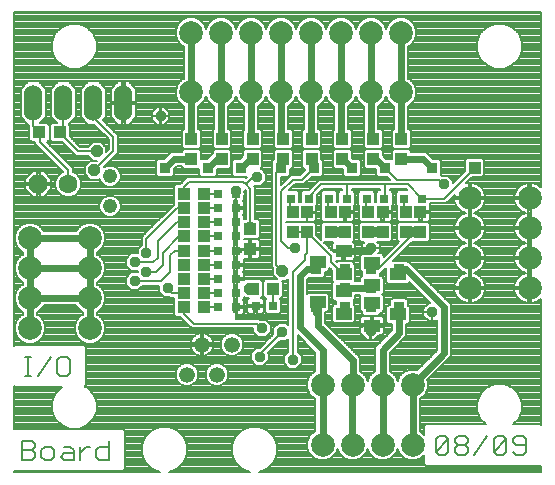
<source format=gbr>
G75*
G70*
%OFA0B0*%
%FSLAX24Y24*%
%IPPOS*%
%LPD*%
%AMOC8*
5,1,8,0,0,1.08239X$1,22.5*
%
%ADD10C,0.0060*%
%ADD11R,0.0394X0.0433*%
%ADD12C,0.0787*%
%ADD13C,0.0630*%
%ADD14OC8,0.0630*%
%ADD15C,0.0525*%
%ADD16C,0.0480*%
%ADD17O,0.0600X0.1200*%
%ADD18R,0.0551X0.0394*%
%ADD19R,0.0433X0.0394*%
%ADD20R,0.0315X0.0315*%
%ADD21C,0.0240*%
%ADD22C,0.0079*%
%ADD23R,0.0354X0.0354*%
%ADD24C,0.0236*%
%ADD25OC8,0.0354*%
%ADD26R,0.0394X0.0394*%
%ADD27OC8,0.0394*%
D10*
X002288Y003614D02*
X002608Y003614D01*
X002715Y003721D01*
X002715Y003828D01*
X002608Y003934D01*
X002288Y003934D01*
X002288Y003614D02*
X002288Y004255D01*
X002608Y004255D01*
X002715Y004148D01*
X002715Y004041D01*
X002608Y003934D01*
X002932Y003934D02*
X002932Y003721D01*
X003039Y003614D01*
X003252Y003614D01*
X003359Y003721D01*
X003359Y003934D01*
X003252Y004041D01*
X003039Y004041D01*
X002932Y003934D01*
X003577Y003721D02*
X003683Y003614D01*
X004004Y003614D01*
X004004Y003934D01*
X003897Y004041D01*
X003683Y004041D01*
X003683Y003828D02*
X004004Y003828D01*
X004221Y003828D02*
X004435Y004041D01*
X004541Y004041D01*
X004758Y003934D02*
X004758Y003721D01*
X004865Y003614D01*
X005185Y003614D01*
X005185Y004255D01*
X005185Y004041D02*
X004865Y004041D01*
X004758Y003934D01*
X004221Y004041D02*
X004221Y003614D01*
X003683Y003828D02*
X003577Y003721D01*
X003561Y006418D02*
X003454Y006525D01*
X003454Y006952D01*
X003561Y007059D01*
X003774Y007059D01*
X003881Y006952D01*
X003881Y006525D01*
X003774Y006418D01*
X003561Y006418D01*
X003237Y007059D02*
X002810Y006418D01*
X002593Y006418D02*
X002380Y006418D01*
X002487Y006418D02*
X002487Y007059D01*
X002593Y007059D02*
X002380Y007059D01*
X016073Y004314D02*
X016073Y003887D01*
X016500Y004314D01*
X016500Y003887D01*
X016393Y003780D01*
X016180Y003780D01*
X016073Y003887D01*
X016073Y004314D02*
X016180Y004421D01*
X016393Y004421D01*
X016500Y004314D01*
X016717Y004314D02*
X016717Y004207D01*
X016824Y004101D01*
X017038Y004101D01*
X017144Y003994D01*
X017144Y003887D01*
X017038Y003780D01*
X016824Y003780D01*
X016717Y003887D01*
X016717Y003994D01*
X016824Y004101D01*
X017038Y004101D02*
X017144Y004207D01*
X017144Y004314D01*
X017038Y004421D01*
X016824Y004421D01*
X016717Y004314D01*
X017362Y003780D02*
X017789Y004421D01*
X018006Y004314D02*
X018113Y004421D01*
X018327Y004421D01*
X018433Y004314D01*
X018006Y003887D01*
X018113Y003780D01*
X018327Y003780D01*
X018433Y003887D01*
X018433Y004314D01*
X018651Y004314D02*
X018651Y004207D01*
X018758Y004101D01*
X019078Y004101D01*
X019078Y004314D02*
X019078Y003887D01*
X018971Y003780D01*
X018758Y003780D01*
X018651Y003887D01*
X018651Y004314D02*
X018758Y004421D01*
X018971Y004421D01*
X019078Y004314D01*
X018006Y004314D02*
X018006Y003887D01*
D11*
X009895Y010651D03*
X009895Y011320D03*
X011313Y011202D03*
X011785Y011202D03*
X012573Y011202D03*
X013045Y011202D03*
X013832Y011202D03*
X014305Y011202D03*
X015092Y011202D03*
X015565Y011202D03*
X015565Y011872D03*
X015092Y011872D03*
X014305Y011872D03*
X013832Y011872D03*
X013045Y011872D03*
X012573Y011872D03*
X011785Y011872D03*
X011313Y011872D03*
X010998Y013643D03*
X011943Y013643D03*
X011943Y014313D03*
X010998Y014313D03*
X009974Y014313D03*
X008951Y014313D03*
X007927Y014313D03*
X007927Y013643D03*
X008951Y013643D03*
X009974Y013643D03*
X012966Y013643D03*
X013990Y013643D03*
X014935Y013643D03*
X014935Y014313D03*
X013990Y014313D03*
X012966Y014313D03*
D12*
X012922Y015860D03*
X013922Y015860D03*
X014922Y015860D03*
X014922Y017856D03*
X013922Y017856D03*
X012922Y017856D03*
X011922Y017856D03*
X010922Y017856D03*
X009922Y017856D03*
X008922Y017856D03*
X007922Y017856D03*
X007922Y015860D03*
X008922Y015860D03*
X009922Y015860D03*
X010922Y015860D03*
X011922Y015860D03*
X017210Y012337D03*
X017210Y011337D03*
X017210Y010337D03*
X017210Y009337D03*
X019206Y009337D03*
X019206Y010337D03*
X019206Y011337D03*
X019206Y012337D03*
X015302Y006112D03*
X014302Y006112D03*
X013302Y006112D03*
X012302Y006112D03*
X012302Y004116D03*
X013302Y004116D03*
X014302Y004116D03*
X015302Y004116D03*
X004549Y008000D03*
X004549Y009000D03*
X004549Y010000D03*
X004549Y011000D03*
X002553Y011000D03*
X002553Y010000D03*
X002553Y009000D03*
X002553Y008000D03*
D13*
X003831Y012811D03*
D14*
X002831Y012811D03*
D15*
X008284Y007457D03*
X009284Y007457D03*
X008784Y006457D03*
X007784Y006457D03*
D16*
X005219Y012066D03*
X005219Y013066D03*
D17*
X005664Y015508D03*
X004664Y015508D03*
X003664Y015508D03*
X002664Y015508D03*
D18*
X012140Y010198D03*
X013006Y009824D03*
X013006Y009234D03*
X012140Y008860D03*
X013006Y008486D03*
X013951Y008840D03*
X013951Y009431D03*
X013951Y010179D03*
X014817Y009805D03*
X013006Y010572D03*
X014817Y008466D03*
X013951Y008092D03*
D19*
X010643Y009313D03*
X009974Y009313D03*
X008340Y009175D03*
X008340Y008702D03*
X007671Y008702D03*
X007671Y009175D03*
X007671Y009647D03*
X007671Y010120D03*
X007671Y010592D03*
X008340Y010592D03*
X008340Y010120D03*
X008340Y009647D03*
X008340Y011065D03*
X008340Y011537D03*
X008340Y012009D03*
X007671Y012009D03*
X007671Y011537D03*
X007671Y011065D03*
X007671Y012482D03*
X008340Y012482D03*
X003537Y014529D03*
X002868Y014529D03*
D20*
X008813Y012482D03*
X009403Y012482D03*
X009403Y012009D03*
X009403Y011537D03*
X009403Y011065D03*
X008813Y011065D03*
X008813Y011537D03*
X008813Y012009D03*
X008813Y010592D03*
X008813Y010120D03*
X008813Y009647D03*
X009403Y009647D03*
X009403Y010120D03*
X009403Y010592D03*
X009403Y009175D03*
X009403Y008702D03*
X008813Y008702D03*
X008813Y009175D03*
X010069Y008746D03*
X010659Y008746D03*
X011254Y012324D03*
X011844Y012324D03*
X012514Y012324D03*
X013104Y012324D03*
X013773Y012324D03*
X014364Y012324D03*
X015033Y012324D03*
X015624Y012324D03*
D21*
X014922Y015860D02*
X014922Y017856D01*
X013922Y017856D02*
X013922Y015860D01*
X012922Y015860D02*
X012922Y017870D01*
X012912Y017880D01*
X012922Y017870D02*
X012922Y017856D01*
X011922Y017856D02*
X011922Y015860D01*
X010922Y015860D02*
X010922Y017856D01*
X009922Y017856D02*
X009922Y015860D01*
X008922Y015860D02*
X008922Y017856D01*
X007922Y017856D02*
X007922Y015860D01*
X004549Y011080D02*
X004549Y011000D01*
X002549Y011000D01*
X002553Y011000D01*
X002553Y010996D02*
X002549Y011000D01*
X002553Y010996D02*
X002553Y010000D01*
X004549Y010000D01*
X004549Y011000D01*
X004549Y010000D02*
X004549Y009000D01*
X002553Y009000D01*
X002549Y009000D01*
X002553Y009000D02*
X002553Y008000D01*
X002553Y009000D02*
X002553Y010000D01*
X002549Y010000D01*
X004549Y009000D02*
X004549Y008000D01*
X015302Y004116D02*
X015302Y004112D01*
D22*
X002032Y003233D02*
X002032Y003201D01*
X006877Y003201D01*
X006605Y003314D01*
X006391Y003527D01*
X006276Y003806D01*
X006276Y004108D01*
X006391Y004386D01*
X006605Y004600D01*
X006883Y004715D01*
X007185Y004715D01*
X007463Y004600D01*
X007677Y004386D01*
X007792Y004108D01*
X007792Y003806D01*
X007677Y003527D01*
X007463Y003314D01*
X007191Y003201D01*
X009877Y003201D01*
X009605Y003314D01*
X009391Y003527D01*
X009276Y003806D01*
X009276Y004108D01*
X009391Y004386D01*
X009605Y004600D01*
X009883Y004715D01*
X010185Y004715D01*
X010463Y004600D01*
X010677Y004386D01*
X010792Y004108D01*
X010792Y003806D01*
X010677Y003527D01*
X010463Y003314D01*
X010191Y003201D01*
X019570Y003201D01*
X019570Y003421D01*
X019548Y003399D01*
X015761Y003399D01*
X015691Y003468D01*
X015691Y003781D01*
X015592Y003682D01*
X015404Y003604D01*
X015200Y003604D01*
X015012Y003682D01*
X014868Y003826D01*
X014802Y003986D01*
X014736Y003826D01*
X014592Y003682D01*
X014404Y003604D01*
X014200Y003604D01*
X014012Y003682D01*
X013868Y003826D01*
X013802Y003986D01*
X013736Y003826D01*
X013592Y003682D01*
X013404Y003604D01*
X013200Y003604D01*
X013012Y003682D01*
X012868Y003826D01*
X012802Y003986D01*
X012736Y003826D01*
X012592Y003682D01*
X012404Y003604D01*
X012200Y003604D01*
X012012Y003682D01*
X011868Y003826D01*
X011790Y004014D01*
X011790Y004218D01*
X011868Y004406D01*
X012012Y004550D01*
X012066Y004572D01*
X012066Y005656D01*
X012012Y005678D01*
X011868Y005822D01*
X011790Y006010D01*
X011790Y006214D01*
X011868Y006402D01*
X012012Y006546D01*
X012066Y006568D01*
X012066Y007182D01*
X011470Y007778D01*
X011470Y007210D01*
X011608Y007073D01*
X011608Y006828D01*
X011435Y006655D01*
X011190Y006655D01*
X011017Y006828D01*
X011017Y007073D01*
X011155Y007210D01*
X011155Y007655D01*
X011081Y007580D01*
X010886Y007580D01*
X010491Y007186D01*
X010506Y007171D01*
X010506Y006926D01*
X010333Y006754D01*
X010088Y006754D01*
X009915Y006926D01*
X009915Y007171D01*
X010088Y007344D01*
X010204Y007344D01*
X010663Y007803D01*
X010663Y007998D01*
X010836Y008171D01*
X011081Y008171D01*
X011155Y008096D01*
X011155Y009655D01*
X011089Y009588D01*
X010948Y009588D01*
X010978Y009558D01*
X010978Y009067D01*
X010909Y008998D01*
X010889Y008998D01*
X010935Y008952D01*
X010935Y008539D01*
X010866Y008470D01*
X010453Y008470D01*
X010384Y008539D01*
X010384Y008952D01*
X010429Y008998D01*
X010378Y008998D01*
X010309Y009067D01*
X010309Y009558D01*
X010240Y009628D01*
X009709Y009628D01*
X009679Y009598D01*
X009679Y009608D01*
X009443Y009608D01*
X009443Y009686D01*
X009679Y009686D01*
X009679Y009854D01*
X009649Y009883D01*
X009679Y009913D01*
X009679Y010080D01*
X009443Y010080D01*
X009443Y010159D01*
X009679Y010159D01*
X009679Y010317D01*
X009856Y010317D01*
X009856Y010612D01*
X009580Y010612D01*
X009580Y010553D01*
X009443Y010553D01*
X009443Y010631D01*
X009679Y010631D01*
X009679Y010690D01*
X009856Y010690D01*
X009856Y010612D01*
X009935Y010612D01*
X009935Y010690D01*
X010210Y010690D01*
X010210Y010917D01*
X010141Y010986D01*
X010210Y011055D01*
X010210Y011586D01*
X010141Y011655D01*
X010053Y011655D01*
X010053Y012705D01*
X010020Y012738D01*
X010254Y012738D01*
X010427Y012911D01*
X010427Y013155D01*
X010254Y013328D01*
X010240Y013328D01*
X010289Y013378D01*
X010289Y013909D01*
X010220Y013978D01*
X009728Y013978D01*
X009659Y013909D01*
X009659Y013761D01*
X009542Y013643D01*
X009354Y013643D01*
X009285Y013574D01*
X009285Y013122D01*
X009354Y013053D01*
X009771Y013053D01*
X009738Y013019D01*
X009724Y013033D01*
X009594Y013033D01*
X007783Y013033D01*
X007691Y012941D01*
X007547Y012797D01*
X007406Y012797D01*
X007336Y012728D01*
X007336Y012236D01*
X007336Y012114D01*
X006366Y011143D01*
X006273Y011051D01*
X006273Y010773D01*
X006136Y010636D01*
X006136Y010494D01*
X005915Y010494D01*
X005742Y010321D01*
X005742Y010076D01*
X005915Y009903D01*
X006136Y009903D01*
X006136Y009864D01*
X005915Y009864D01*
X005742Y009691D01*
X005742Y009446D01*
X005915Y009273D01*
X006159Y009273D01*
X006297Y009411D01*
X006844Y009411D01*
X006844Y009210D01*
X007017Y009037D01*
X007212Y009037D01*
X007232Y009017D01*
X007336Y009017D01*
X007336Y008948D01*
X007336Y008457D01*
X007406Y008387D01*
X007547Y008387D01*
X007848Y008086D01*
X007940Y007994D01*
X009994Y007994D01*
X009994Y007871D01*
X010167Y007698D01*
X010411Y007698D01*
X010584Y007871D01*
X010584Y008116D01*
X010411Y008289D01*
X010216Y008289D01*
X010197Y008309D01*
X010066Y008309D01*
X009403Y008309D01*
X009403Y008515D01*
X009364Y008554D01*
X009364Y008663D01*
X009443Y008663D01*
X009443Y008742D01*
X009679Y008742D01*
X009679Y008909D01*
X009649Y008939D01*
X009679Y008968D01*
X009679Y009028D01*
X009709Y008998D01*
X009839Y008998D01*
X009793Y008952D01*
X009793Y008785D01*
X010029Y008785D01*
X010029Y008706D01*
X010108Y008706D01*
X010108Y008470D01*
X010275Y008470D01*
X010344Y008539D01*
X010344Y008706D01*
X010108Y008706D01*
X010108Y008785D01*
X010344Y008785D01*
X010344Y008952D01*
X010275Y009021D01*
X010263Y009021D01*
X010309Y009067D01*
X010309Y009558D01*
X010378Y009628D01*
X010789Y009628D01*
X010643Y009773D01*
X010643Y009995D01*
X010604Y010035D01*
X010604Y010539D01*
X010604Y010618D01*
X010604Y013125D01*
X010604Y013256D01*
X010624Y013275D01*
X010624Y013574D01*
X010683Y013633D01*
X010683Y013909D01*
X010752Y013978D01*
X011244Y013978D01*
X011313Y014047D01*
X011313Y014578D01*
X011244Y014647D01*
X011158Y014647D01*
X011158Y015403D01*
X011212Y015426D01*
X011356Y015570D01*
X011422Y015729D01*
X011488Y015570D01*
X011632Y015426D01*
X011686Y015403D01*
X011686Y014636D01*
X011628Y014578D01*
X011628Y014047D01*
X011697Y013978D01*
X012188Y013978D01*
X012258Y014047D01*
X012258Y014578D01*
X012188Y014647D01*
X012158Y014647D01*
X012158Y015403D01*
X012212Y015426D01*
X012356Y015570D01*
X012422Y015729D01*
X012488Y015570D01*
X012632Y015426D01*
X012686Y015403D01*
X012686Y014612D01*
X012651Y014578D01*
X012651Y014047D01*
X012721Y013978D01*
X012651Y013909D01*
X012651Y013378D01*
X012721Y013309D01*
X012986Y013309D01*
X012986Y013122D01*
X013055Y013053D01*
X013507Y013053D01*
X013576Y013122D01*
X013576Y013574D01*
X013507Y013643D01*
X013320Y013643D01*
X013281Y013682D01*
X013281Y013909D01*
X013212Y013978D01*
X013281Y014047D01*
X013281Y014578D01*
X013212Y014647D01*
X013158Y014647D01*
X013158Y015403D01*
X013212Y015426D01*
X013356Y015570D01*
X013422Y015729D01*
X013488Y015570D01*
X013632Y015426D01*
X013686Y015403D01*
X013686Y014589D01*
X013675Y014578D01*
X013675Y014047D01*
X013744Y013978D01*
X014236Y013978D01*
X014305Y014047D01*
X014305Y014578D01*
X014236Y014647D01*
X014158Y014647D01*
X014158Y015403D01*
X014212Y015426D01*
X014356Y015570D01*
X014422Y015729D01*
X014488Y015570D01*
X014632Y015426D01*
X014686Y015403D01*
X014686Y014644D01*
X014620Y014578D01*
X014620Y014047D01*
X014689Y013978D01*
X015181Y013978D01*
X015250Y014047D01*
X015250Y014578D01*
X015181Y014647D01*
X015158Y014647D01*
X015158Y015403D01*
X015212Y015426D01*
X015356Y015570D01*
X015434Y015758D01*
X015434Y015961D01*
X015356Y016149D01*
X015212Y016293D01*
X015160Y016315D01*
X015160Y017400D01*
X015212Y017422D01*
X015356Y017566D01*
X015434Y017754D01*
X015434Y017957D01*
X015356Y018145D01*
X015212Y018289D01*
X015024Y018367D01*
X014820Y018367D01*
X014632Y018289D01*
X014488Y018145D01*
X014422Y017986D01*
X014356Y018145D01*
X014212Y018289D01*
X014024Y018367D01*
X013820Y018367D01*
X013632Y018289D01*
X013488Y018145D01*
X013422Y017986D01*
X013356Y018145D01*
X013212Y018289D01*
X013024Y018367D01*
X012820Y018367D01*
X012632Y018289D01*
X012488Y018145D01*
X012422Y017986D01*
X012356Y018145D01*
X012212Y018289D01*
X012024Y018367D01*
X011820Y018367D01*
X011632Y018289D01*
X011488Y018145D01*
X011422Y017986D01*
X011356Y018145D01*
X011212Y018289D01*
X011024Y018367D01*
X010820Y018367D01*
X010632Y018289D01*
X010488Y018145D01*
X010422Y017986D01*
X010356Y018145D01*
X010212Y018289D01*
X010024Y018367D01*
X009820Y018367D01*
X009632Y018289D01*
X009488Y018145D01*
X009422Y017986D01*
X009356Y018145D01*
X009212Y018289D01*
X009024Y018367D01*
X008820Y018367D01*
X008632Y018289D01*
X008488Y018145D01*
X008422Y017986D01*
X008356Y018145D01*
X008212Y018289D01*
X008024Y018367D01*
X007820Y018367D01*
X007632Y018289D01*
X007488Y018145D01*
X007410Y017957D01*
X007410Y017754D01*
X007488Y017566D01*
X007632Y017422D01*
X007684Y017400D01*
X007684Y016315D01*
X007632Y016293D01*
X007488Y016149D01*
X007410Y015961D01*
X007410Y015758D01*
X007488Y015570D01*
X007632Y015426D01*
X007686Y015403D01*
X007686Y014647D01*
X007681Y014647D01*
X007612Y014578D01*
X007612Y014047D01*
X007681Y013978D01*
X008173Y013978D01*
X008242Y014047D01*
X008242Y014578D01*
X008173Y014647D01*
X008158Y014647D01*
X008158Y015403D01*
X008212Y015426D01*
X008356Y015570D01*
X008422Y015729D01*
X008488Y015570D01*
X008632Y015426D01*
X008686Y015403D01*
X008686Y014628D01*
X008636Y014578D01*
X008636Y014047D01*
X008705Y013978D01*
X009196Y013978D01*
X009265Y014047D01*
X009265Y014578D01*
X009196Y014647D01*
X009158Y014647D01*
X009158Y015403D01*
X009212Y015426D01*
X009356Y015570D01*
X009422Y015729D01*
X009488Y015570D01*
X009632Y015426D01*
X009686Y015403D01*
X009686Y014604D01*
X009659Y014578D01*
X009659Y014047D01*
X009728Y013978D01*
X010220Y013978D01*
X010289Y014047D01*
X010289Y014578D01*
X010220Y014647D01*
X010158Y014647D01*
X010158Y015403D01*
X010212Y015426D01*
X010356Y015570D01*
X010422Y015729D01*
X010488Y015570D01*
X010632Y015426D01*
X010686Y015403D01*
X010686Y014581D01*
X010683Y014578D01*
X010683Y014047D01*
X010752Y013978D01*
X011244Y013978D01*
X011313Y013909D01*
X011313Y013378D01*
X011244Y013309D01*
X011214Y013309D01*
X011214Y013122D01*
X011145Y013053D01*
X010919Y013053D01*
X010919Y012783D01*
X011155Y013020D01*
X011248Y013112D01*
X011562Y013112D01*
X011726Y013275D01*
X011726Y013309D01*
X011697Y013309D01*
X011628Y013378D01*
X011628Y013909D01*
X011697Y013978D01*
X012188Y013978D01*
X012258Y013909D01*
X012258Y013633D01*
X012317Y013574D01*
X012317Y013122D01*
X012247Y013053D01*
X011949Y013053D01*
X011693Y012797D01*
X011562Y012797D01*
X011378Y012797D01*
X011181Y012600D01*
X011460Y012600D01*
X011529Y012531D01*
X011529Y012206D01*
X011559Y012206D01*
X011569Y012206D01*
X011569Y012531D01*
X011638Y012600D01*
X011838Y012600D01*
X012192Y012954D01*
X012323Y012954D01*
X013059Y012954D01*
X013189Y012954D01*
X014318Y012954D01*
X014449Y012954D01*
X014555Y012954D01*
X014456Y013053D01*
X014158Y013053D01*
X014088Y013122D01*
X014088Y013309D01*
X013744Y013309D01*
X013675Y013378D01*
X013675Y013909D01*
X013744Y013978D01*
X014236Y013978D01*
X014305Y013909D01*
X014305Y013761D01*
X014422Y013643D01*
X014610Y013643D01*
X014620Y013633D01*
X014620Y013909D01*
X014689Y013978D01*
X015181Y013978D01*
X015250Y013909D01*
X015250Y013879D01*
X015565Y013879D01*
X015761Y013879D01*
X015997Y013643D01*
X016184Y013643D01*
X016254Y013574D01*
X016254Y013122D01*
X016243Y013112D01*
X016260Y013112D01*
X016280Y013092D01*
X016474Y013092D01*
X016647Y012919D01*
X016647Y012842D01*
X017061Y013256D01*
X017061Y013594D01*
X017130Y013663D01*
X017621Y013663D01*
X017691Y013594D01*
X017691Y013102D01*
X017621Y013033D01*
X017283Y013033D01*
X017093Y012843D01*
X017108Y012849D01*
X017171Y012849D01*
X017171Y012377D01*
X017249Y012377D01*
X017249Y012849D01*
X017312Y012849D01*
X017500Y012771D01*
X017644Y012627D01*
X017722Y012439D01*
X017722Y012377D01*
X017250Y012377D01*
X017250Y012298D01*
X017722Y012298D01*
X017722Y012236D01*
X017644Y012048D01*
X017500Y011904D01*
X017340Y011837D01*
X017500Y011771D01*
X017644Y011627D01*
X017722Y011439D01*
X017722Y011377D01*
X017250Y011377D01*
X017250Y011298D01*
X017722Y011298D01*
X017722Y011236D01*
X017644Y011048D01*
X017500Y010904D01*
X017340Y010837D01*
X017500Y010771D01*
X017644Y010627D01*
X017722Y010439D01*
X017722Y010377D01*
X017250Y010377D01*
X017250Y010298D01*
X017722Y010298D01*
X017722Y010236D01*
X017644Y010048D01*
X017500Y009904D01*
X017340Y009837D01*
X017500Y009771D01*
X017644Y009627D01*
X017722Y009439D01*
X017722Y009377D01*
X017250Y009377D01*
X017250Y009298D01*
X017722Y009298D01*
X017722Y009236D01*
X017644Y009048D01*
X017500Y008904D01*
X017312Y008826D01*
X017249Y008826D01*
X017249Y009298D01*
X017171Y009298D01*
X017171Y008826D01*
X017108Y008826D01*
X016920Y008904D01*
X016776Y009048D01*
X016698Y009236D01*
X016698Y009298D01*
X017171Y009298D01*
X017171Y009377D01*
X017171Y009849D01*
X017171Y010298D01*
X017249Y010298D01*
X017249Y009849D01*
X017249Y009377D01*
X017171Y009377D01*
X016698Y009377D01*
X016698Y009439D01*
X016776Y009627D01*
X016920Y009771D01*
X017080Y009837D01*
X016920Y009904D01*
X016776Y010048D01*
X016698Y010236D01*
X016698Y010298D01*
X017171Y010298D01*
X017171Y010377D01*
X017171Y010849D01*
X017171Y011298D01*
X017249Y011298D01*
X017249Y010826D01*
X017249Y010377D01*
X017171Y010377D01*
X016698Y010377D01*
X016698Y010439D01*
X016776Y010627D01*
X016920Y010771D01*
X017080Y010837D01*
X016920Y010904D01*
X016776Y011048D01*
X016698Y011236D01*
X016698Y011298D01*
X017171Y011298D01*
X017171Y011377D01*
X017171Y011826D01*
X017171Y012298D01*
X017249Y012298D01*
X017249Y011826D01*
X017249Y011377D01*
X017171Y011377D01*
X016698Y011377D01*
X016698Y011439D01*
X016776Y011627D01*
X016920Y011771D01*
X017080Y011837D01*
X016920Y011904D01*
X016776Y012048D01*
X016698Y012236D01*
X016698Y012298D01*
X017171Y012298D01*
X017171Y012377D01*
X016698Y012377D01*
X016698Y012439D01*
X016704Y012454D01*
X016510Y012259D01*
X016510Y012259D01*
X016417Y012167D01*
X015899Y012167D01*
X015899Y012118D01*
X015880Y012098D01*
X015880Y011911D01*
X015604Y011911D01*
X015604Y011832D01*
X015604Y011537D01*
X015810Y011537D01*
X015880Y011606D01*
X015880Y011832D01*
X015604Y011832D01*
X015525Y011832D01*
X015525Y011537D01*
X015338Y011537D01*
X014846Y011537D01*
X014777Y011606D01*
X014777Y012098D01*
X014758Y012118D01*
X014758Y012531D01*
X014827Y012600D01*
X015126Y012600D01*
X015086Y012639D01*
X014541Y012639D01*
X014541Y012600D01*
X014570Y012600D01*
X014639Y012531D01*
X014639Y012118D01*
X014620Y012098D01*
X014620Y011911D01*
X014344Y011911D01*
X014344Y011832D01*
X014344Y011537D01*
X014551Y011537D01*
X014620Y011606D01*
X014620Y011832D01*
X014344Y011832D01*
X014266Y011832D01*
X014266Y011537D01*
X014078Y011537D01*
X013587Y011537D01*
X013517Y011606D01*
X013517Y012098D01*
X013498Y012118D01*
X013498Y012531D01*
X013567Y012600D01*
X013980Y012600D01*
X014049Y012531D01*
X014049Y012206D01*
X014078Y012206D01*
X014088Y012206D01*
X014088Y012531D01*
X014158Y012600D01*
X014226Y012600D01*
X014226Y012639D01*
X013281Y012639D01*
X013281Y012600D01*
X013310Y012600D01*
X013380Y012531D01*
X013380Y012118D01*
X013360Y012098D01*
X013360Y011911D01*
X013085Y011911D01*
X013085Y011832D01*
X013360Y011832D01*
X013360Y011606D01*
X013291Y011537D01*
X013084Y011537D01*
X013084Y011832D01*
X013006Y011832D01*
X013006Y011537D01*
X012818Y011537D01*
X012327Y011537D01*
X012258Y011606D01*
X012258Y012098D01*
X012238Y012118D01*
X012238Y012531D01*
X012307Y012600D01*
X012720Y012600D01*
X012789Y012531D01*
X012789Y012206D01*
X012818Y012206D01*
X012829Y012206D01*
X012829Y012531D01*
X012898Y012600D01*
X012966Y012600D01*
X012966Y012639D01*
X012323Y012639D01*
X012120Y012436D01*
X012120Y012118D01*
X012100Y012098D01*
X012100Y011911D01*
X012080Y011911D01*
X012080Y011862D01*
X011825Y011862D01*
X011825Y011842D01*
X012080Y011842D01*
X012080Y011832D01*
X012100Y011832D01*
X012100Y011606D01*
X012031Y011537D01*
X011824Y011537D01*
X011824Y011557D01*
X011795Y011557D01*
X011795Y011832D01*
X011775Y011832D01*
X011775Y011557D01*
X011746Y011557D01*
X011746Y011537D01*
X011559Y011537D01*
X011076Y011537D01*
X011076Y011537D01*
X011559Y011537D01*
X012031Y011537D01*
X012100Y011468D01*
X012100Y011110D01*
X012258Y010953D01*
X012258Y011468D01*
X012327Y011537D01*
X012818Y011537D01*
X013291Y011537D01*
X013360Y011468D01*
X013360Y010937D01*
X013310Y010887D01*
X013330Y010887D01*
X013399Y010818D01*
X013399Y010612D01*
X013045Y010612D01*
X013045Y010533D01*
X013045Y010257D01*
X013330Y010257D01*
X013399Y010327D01*
X013399Y010533D01*
X013045Y010533D01*
X012966Y010533D01*
X012677Y010533D01*
X012638Y010572D01*
X012342Y010868D01*
X012662Y010868D01*
X012612Y010818D01*
X012612Y010612D01*
X012966Y010612D01*
X012966Y010533D01*
X012966Y010257D01*
X012736Y010257D01*
X012778Y010216D01*
X012819Y010257D01*
X013271Y010257D01*
X013340Y010188D01*
X013340Y010129D01*
X013399Y010070D01*
X013399Y009579D01*
X013389Y009568D01*
X013557Y009568D01*
X013557Y009676D01*
X013616Y009736D01*
X013616Y009736D01*
X013616Y009874D01*
X013557Y009933D01*
X013557Y010424D01*
X013626Y010494D01*
X013671Y010494D01*
X013616Y010549D01*
X013616Y010661D01*
X013901Y010661D01*
X013901Y010681D01*
X013616Y010681D01*
X013616Y010793D01*
X013691Y010868D01*
X013587Y010868D01*
X013517Y010937D01*
X013517Y011468D01*
X013587Y011537D01*
X014078Y011537D01*
X014551Y011537D01*
X014620Y011468D01*
X014620Y010937D01*
X014551Y010868D01*
X014132Y010868D01*
X014206Y010793D01*
X014206Y010681D01*
X013921Y010681D01*
X013921Y010661D01*
X014206Y010661D01*
X014206Y010549D01*
X014151Y010494D01*
X014275Y010494D01*
X014344Y010424D01*
X014344Y010382D01*
X014345Y010382D01*
X014344Y010382D02*
X014838Y010876D01*
X014777Y010937D01*
X014777Y011468D01*
X014846Y011537D01*
X015338Y011537D01*
X015810Y011537D01*
X015880Y011468D01*
X015880Y010937D01*
X015810Y010868D01*
X015338Y010868D01*
X015276Y010868D01*
X014665Y010257D01*
X015082Y010257D01*
X015141Y010198D01*
X015190Y010198D01*
X016450Y008939D01*
X016588Y008800D01*
X016588Y007064D01*
X016450Y006926D01*
X015792Y006268D01*
X015814Y006214D01*
X015814Y006010D01*
X015736Y005822D01*
X015592Y005678D01*
X015545Y005659D01*
X015545Y004569D01*
X015592Y004550D01*
X015691Y004451D01*
X015691Y004733D01*
X015761Y004802D01*
X017738Y004802D01*
X017568Y004972D01*
X015545Y004972D01*
X015545Y004895D02*
X017645Y004895D01*
X017568Y004972D02*
X017454Y005246D01*
X017454Y005544D01*
X017568Y005819D01*
X017779Y006029D01*
X018054Y006143D01*
X018351Y006143D01*
X018626Y006029D01*
X018837Y005819D01*
X018951Y005544D01*
X018951Y005246D01*
X018837Y004972D01*
X019570Y004972D01*
X019570Y004895D02*
X018760Y004895D01*
X018837Y004972D02*
X018667Y004802D01*
X019548Y004802D01*
X019570Y004780D01*
X019570Y008977D01*
X019496Y008904D01*
X019308Y008826D01*
X019245Y008826D01*
X019245Y009298D01*
X019167Y009298D01*
X019167Y008826D01*
X019104Y008826D01*
X018916Y008904D01*
X018772Y009048D01*
X018694Y009236D01*
X018694Y009298D01*
X019167Y009298D01*
X019167Y009377D01*
X019167Y009849D01*
X019167Y010298D01*
X019245Y010298D01*
X019245Y009849D01*
X019245Y009377D01*
X019167Y009377D01*
X018694Y009377D01*
X018694Y009439D01*
X018772Y009627D01*
X018916Y009771D01*
X019076Y009837D01*
X018916Y009904D01*
X018772Y010048D01*
X018694Y010236D01*
X018694Y010298D01*
X019167Y010298D01*
X019167Y010377D01*
X019167Y010826D01*
X019167Y011298D01*
X019245Y011298D01*
X019245Y010826D01*
X019245Y010377D01*
X019167Y010377D01*
X018694Y010377D01*
X018694Y010439D01*
X018772Y010627D01*
X018916Y010771D01*
X019076Y010837D01*
X018916Y010904D01*
X018772Y011048D01*
X018694Y011236D01*
X018694Y011298D01*
X019167Y011298D01*
X019167Y011377D01*
X019167Y011849D01*
X019167Y012298D01*
X019245Y012298D01*
X019245Y011849D01*
X019245Y011377D01*
X019167Y011377D01*
X018694Y011377D01*
X018694Y011439D01*
X018772Y011627D01*
X018916Y011771D01*
X019076Y011837D01*
X018916Y011904D01*
X018772Y012048D01*
X018694Y012236D01*
X018694Y012298D01*
X019167Y012298D01*
X019167Y012377D01*
X019167Y012849D01*
X019104Y012849D01*
X018916Y012771D01*
X018772Y012627D01*
X018694Y012439D01*
X018694Y012377D01*
X019167Y012377D01*
X019245Y012377D01*
X019245Y012849D01*
X019308Y012849D01*
X019496Y012771D01*
X019570Y012697D01*
X019570Y018534D01*
X002032Y018534D01*
X002032Y007404D01*
X002068Y007440D01*
X004351Y007440D01*
X004420Y007370D01*
X004420Y006106D01*
X004376Y006061D01*
X004453Y006029D01*
X004663Y005819D01*
X004777Y005544D01*
X004777Y005246D01*
X004663Y004972D01*
X004453Y004761D01*
X004178Y004647D01*
X003880Y004647D01*
X003606Y004761D01*
X003395Y004972D01*
X003281Y005246D01*
X003281Y005544D01*
X003395Y005819D01*
X003606Y006029D01*
X003623Y006037D01*
X002068Y006037D01*
X002032Y006072D01*
X002032Y004636D01*
X005655Y004636D01*
X005724Y004566D01*
X005724Y003302D01*
X005655Y003233D01*
X002032Y003233D01*
X002032Y004663D02*
X003842Y004663D01*
X003655Y004741D02*
X002032Y004741D01*
X002032Y004818D02*
X003549Y004818D01*
X003471Y004895D02*
X002032Y004895D01*
X002032Y004972D02*
X003395Y004972D01*
X003363Y005050D02*
X002032Y005050D01*
X002032Y005127D02*
X003331Y005127D01*
X003299Y005204D02*
X002032Y005204D01*
X002032Y005282D02*
X003281Y005282D01*
X003281Y005359D02*
X002032Y005359D01*
X002032Y005436D02*
X003281Y005436D01*
X003281Y005513D02*
X002032Y005513D01*
X002032Y005591D02*
X003301Y005591D01*
X003333Y005668D02*
X002032Y005668D01*
X002032Y005745D02*
X003365Y005745D01*
X003399Y005823D02*
X002032Y005823D01*
X002032Y005900D02*
X003476Y005900D01*
X003553Y005977D02*
X002032Y005977D01*
X002032Y006054D02*
X002050Y006054D01*
X002032Y007446D02*
X008244Y007446D01*
X008244Y007417D02*
X007903Y007417D01*
X007903Y007381D01*
X007961Y007241D01*
X008068Y007134D01*
X008208Y007076D01*
X008245Y007076D01*
X008245Y007417D01*
X008323Y007417D01*
X008323Y007076D01*
X008360Y007076D01*
X008500Y007134D01*
X008607Y007241D01*
X008665Y007381D01*
X008665Y007417D01*
X008324Y007417D01*
X008324Y007496D01*
X008665Y007496D01*
X008665Y007533D01*
X008607Y007672D01*
X008500Y007779D01*
X008360Y007837D01*
X008323Y007837D01*
X008323Y007496D01*
X008245Y007496D01*
X008245Y007837D01*
X008208Y007837D01*
X008068Y007779D01*
X007961Y007672D01*
X007903Y007533D01*
X007903Y007496D01*
X008244Y007496D01*
X008244Y007417D01*
X008245Y007368D02*
X008323Y007368D01*
X008323Y007291D02*
X008245Y007291D01*
X008245Y007214D02*
X008323Y007214D01*
X008323Y007136D02*
X008245Y007136D01*
X008066Y007136D02*
X004420Y007136D01*
X004420Y007059D02*
X009915Y007059D01*
X009915Y006982D02*
X004420Y006982D01*
X004420Y006905D02*
X009937Y006905D01*
X010014Y006827D02*
X008884Y006827D01*
X008860Y006837D02*
X008708Y006837D01*
X008568Y006779D01*
X008461Y006672D01*
X008403Y006533D01*
X008403Y006381D01*
X008461Y006241D01*
X008568Y006134D01*
X008708Y006076D01*
X008860Y006076D01*
X009000Y006134D01*
X009107Y006241D01*
X009165Y006381D01*
X009165Y006533D01*
X009107Y006672D01*
X009000Y006779D01*
X008860Y006837D01*
X008684Y006827D02*
X007884Y006827D01*
X007860Y006837D02*
X008000Y006779D01*
X008107Y006672D01*
X008165Y006533D01*
X008165Y006381D01*
X008107Y006241D01*
X008000Y006134D01*
X007860Y006076D01*
X007708Y006076D01*
X007568Y006134D01*
X007461Y006241D01*
X007403Y006381D01*
X007403Y006533D01*
X007461Y006672D01*
X007568Y006779D01*
X007708Y006837D01*
X007860Y006837D01*
X007684Y006827D02*
X004420Y006827D01*
X004420Y006750D02*
X007539Y006750D01*
X007462Y006673D02*
X004420Y006673D01*
X004420Y006595D02*
X007429Y006595D01*
X007403Y006518D02*
X004420Y006518D01*
X004420Y006441D02*
X007403Y006441D01*
X007411Y006364D02*
X004420Y006364D01*
X004420Y006286D02*
X007443Y006286D01*
X007494Y006209D02*
X004420Y006209D01*
X004420Y006132D02*
X007574Y006132D01*
X007994Y006132D02*
X008574Y006132D01*
X008494Y006209D02*
X008074Y006209D01*
X008125Y006286D02*
X008443Y006286D01*
X008411Y006364D02*
X008157Y006364D01*
X008165Y006441D02*
X008403Y006441D01*
X008403Y006518D02*
X008165Y006518D01*
X008139Y006595D02*
X008429Y006595D01*
X008462Y006673D02*
X008106Y006673D01*
X008029Y006750D02*
X008539Y006750D01*
X008502Y007136D02*
X009066Y007136D01*
X009068Y007134D02*
X009208Y007076D01*
X009360Y007076D01*
X009500Y007134D01*
X009607Y007241D01*
X009665Y007381D01*
X009665Y007533D01*
X009607Y007672D01*
X009500Y007779D01*
X009360Y007837D01*
X009208Y007837D01*
X009068Y007779D01*
X008961Y007672D01*
X008903Y007533D01*
X008903Y007381D01*
X008961Y007241D01*
X009068Y007134D01*
X008989Y007214D02*
X008579Y007214D01*
X008627Y007291D02*
X008941Y007291D01*
X008909Y007368D02*
X008659Y007368D01*
X008665Y007523D02*
X008903Y007523D01*
X008903Y007446D02*
X008324Y007446D01*
X008323Y007523D02*
X008245Y007523D01*
X008245Y007600D02*
X008323Y007600D01*
X008323Y007677D02*
X008245Y007677D01*
X008245Y007755D02*
X008323Y007755D01*
X008323Y007832D02*
X008245Y007832D01*
X008195Y007832D02*
X005033Y007832D01*
X005061Y007898D02*
X004983Y007710D01*
X004839Y007566D01*
X004651Y007489D01*
X004447Y007489D01*
X004259Y007566D01*
X004115Y007710D01*
X004037Y007898D01*
X004037Y008102D01*
X004115Y008290D01*
X004259Y008434D01*
X004311Y008456D01*
X004311Y008545D01*
X004259Y008566D01*
X004115Y008710D01*
X004094Y008762D01*
X003009Y008762D01*
X002987Y008710D01*
X002843Y008566D01*
X002791Y008545D01*
X002791Y008456D01*
X002843Y008434D01*
X002987Y008290D01*
X003065Y008102D01*
X003065Y007898D01*
X002987Y007710D01*
X002843Y007566D01*
X002655Y007489D01*
X002451Y007489D01*
X002263Y007566D01*
X002119Y007710D01*
X002041Y007898D01*
X002041Y008102D01*
X002119Y008290D01*
X002263Y008434D01*
X002315Y008456D01*
X002315Y008545D01*
X002263Y008566D01*
X002119Y008710D01*
X002041Y008898D01*
X002041Y009102D01*
X002119Y009290D01*
X002263Y009434D01*
X002315Y009456D01*
X002315Y009545D01*
X002263Y009566D01*
X002119Y009710D01*
X002041Y009898D01*
X002041Y010102D01*
X002119Y010290D01*
X002263Y010434D01*
X002315Y010456D01*
X002315Y010545D01*
X002263Y010566D01*
X002119Y010710D01*
X002041Y010898D01*
X002041Y011102D01*
X002119Y011290D01*
X002263Y011434D01*
X002451Y011512D01*
X002655Y011512D01*
X002843Y011434D01*
X002987Y011290D01*
X003009Y011238D01*
X004094Y011238D01*
X004115Y011290D01*
X004259Y011434D01*
X004447Y011512D01*
X004651Y011512D01*
X004839Y011434D01*
X004983Y011290D01*
X005061Y011102D01*
X005061Y010898D01*
X004983Y010710D01*
X004839Y010566D01*
X004787Y010545D01*
X004787Y010456D01*
X004839Y010434D01*
X004983Y010290D01*
X005061Y010102D01*
X005061Y009898D01*
X004983Y009710D01*
X004839Y009566D01*
X004787Y009545D01*
X004787Y009456D01*
X004839Y009434D01*
X004983Y009290D01*
X005061Y009102D01*
X005061Y008898D01*
X004983Y008710D01*
X004839Y008566D01*
X004787Y008545D01*
X004787Y008456D01*
X004839Y008434D01*
X004983Y008290D01*
X005061Y008102D01*
X005061Y007898D01*
X005061Y007909D02*
X009994Y007909D01*
X009994Y007986D02*
X005061Y007986D01*
X005061Y008064D02*
X007870Y008064D01*
X007793Y008141D02*
X005045Y008141D01*
X005013Y008218D02*
X007716Y008218D01*
X007639Y008296D02*
X004978Y008296D01*
X004900Y008373D02*
X007561Y008373D01*
X007691Y008466D02*
X007691Y008702D01*
X007671Y008702D01*
X007691Y008466D02*
X008006Y008151D01*
X010132Y008151D01*
X010289Y007994D01*
X010584Y007986D02*
X010663Y007986D01*
X010663Y007909D02*
X010584Y007909D01*
X010545Y007832D02*
X010663Y007832D01*
X010615Y007755D02*
X010468Y007755D01*
X010538Y007677D02*
X009602Y007677D01*
X009637Y007600D02*
X010460Y007600D01*
X010383Y007523D02*
X009665Y007523D01*
X009665Y007446D02*
X010306Y007446D01*
X010228Y007368D02*
X009659Y007368D01*
X009627Y007291D02*
X010035Y007291D01*
X009958Y007214D02*
X009579Y007214D01*
X009502Y007136D02*
X009915Y007136D01*
X010210Y007128D02*
X010210Y007049D01*
X010289Y007049D01*
X010210Y007128D02*
X010958Y007876D01*
X010729Y008064D02*
X010584Y008064D01*
X010559Y008141D02*
X010806Y008141D01*
X011110Y008141D02*
X011155Y008141D01*
X011155Y008218D02*
X010482Y008218D01*
X010210Y008296D02*
X011155Y008296D01*
X011155Y008373D02*
X009403Y008373D01*
X009443Y008427D02*
X009610Y008427D01*
X009679Y008496D01*
X009679Y008663D01*
X009443Y008663D01*
X009443Y008427D01*
X009443Y008450D02*
X009403Y008450D01*
X009391Y008527D02*
X009443Y008527D01*
X009443Y008605D02*
X009364Y008605D01*
X009443Y008682D02*
X009793Y008682D01*
X009793Y008706D02*
X009793Y008539D01*
X009862Y008470D01*
X010029Y008470D01*
X010029Y008706D01*
X009793Y008706D01*
X009793Y008605D02*
X009679Y008605D01*
X009679Y008527D02*
X009805Y008527D01*
X009633Y008450D02*
X011155Y008450D01*
X011155Y008527D02*
X010923Y008527D01*
X010935Y008605D02*
X011155Y008605D01*
X011155Y008682D02*
X010935Y008682D01*
X010935Y008759D02*
X011155Y008759D01*
X011155Y008837D02*
X010935Y008837D01*
X010935Y008914D02*
X011155Y008914D01*
X011155Y008991D02*
X010896Y008991D01*
X010978Y009068D02*
X011155Y009068D01*
X011155Y009146D02*
X010978Y009146D01*
X010978Y009223D02*
X011155Y009223D01*
X011155Y009300D02*
X010978Y009300D01*
X010978Y009378D02*
X011155Y009378D01*
X011155Y009455D02*
X010978Y009455D01*
X010978Y009532D02*
X011155Y009532D01*
X011155Y009609D02*
X011110Y009609D01*
X011313Y009864D02*
X011313Y006950D01*
X011530Y006750D02*
X012066Y006750D01*
X012066Y006827D02*
X011607Y006827D01*
X011608Y006905D02*
X012066Y006905D01*
X012066Y006982D02*
X011608Y006982D01*
X011608Y007059D02*
X012066Y007059D01*
X012066Y007136D02*
X011544Y007136D01*
X011470Y007214D02*
X012034Y007214D01*
X011957Y007291D02*
X011470Y007291D01*
X011470Y007368D02*
X011880Y007368D01*
X011802Y007446D02*
X011470Y007446D01*
X011470Y007523D02*
X011725Y007523D01*
X011648Y007600D02*
X011470Y007600D01*
X011470Y007677D02*
X011571Y007677D01*
X011493Y007755D02*
X011470Y007755D01*
X011155Y007600D02*
X011100Y007600D01*
X011155Y007523D02*
X010828Y007523D01*
X010751Y007446D02*
X011155Y007446D01*
X011155Y007368D02*
X010674Y007368D01*
X010596Y007291D02*
X011155Y007291D01*
X011155Y007214D02*
X010519Y007214D01*
X010506Y007136D02*
X011081Y007136D01*
X011017Y007059D02*
X010506Y007059D01*
X010506Y006982D02*
X011017Y006982D01*
X011017Y006905D02*
X010484Y006905D01*
X010406Y006827D02*
X011018Y006827D01*
X011096Y006750D02*
X009029Y006750D01*
X009106Y006673D02*
X011173Y006673D01*
X011453Y006673D02*
X012066Y006673D01*
X012066Y006595D02*
X009139Y006595D01*
X009165Y006518D02*
X011984Y006518D01*
X011907Y006441D02*
X009165Y006441D01*
X009157Y006364D02*
X011852Y006364D01*
X011820Y006286D02*
X009125Y006286D01*
X009074Y006209D02*
X011790Y006209D01*
X011790Y006132D02*
X008994Y006132D01*
X007989Y007214D02*
X004420Y007214D01*
X004420Y007291D02*
X007941Y007291D01*
X007909Y007368D02*
X004420Y007368D01*
X004365Y007523D02*
X002738Y007523D01*
X002877Y007600D02*
X004226Y007600D01*
X004148Y007677D02*
X002954Y007677D01*
X003005Y007755D02*
X004097Y007755D01*
X004065Y007832D02*
X003037Y007832D01*
X003065Y007909D02*
X004037Y007909D01*
X004037Y007986D02*
X003065Y007986D01*
X003065Y008064D02*
X004037Y008064D01*
X004054Y008141D02*
X003049Y008141D01*
X003017Y008218D02*
X004086Y008218D01*
X004121Y008296D02*
X002982Y008296D01*
X002904Y008373D02*
X004198Y008373D01*
X004298Y008450D02*
X002804Y008450D01*
X002791Y008527D02*
X004311Y008527D01*
X004221Y008605D02*
X002881Y008605D01*
X002959Y008682D02*
X004144Y008682D01*
X004095Y008759D02*
X003007Y008759D01*
X002315Y008527D02*
X002032Y008527D01*
X002032Y008450D02*
X002302Y008450D01*
X002202Y008373D02*
X002032Y008373D01*
X002032Y008296D02*
X002125Y008296D01*
X002090Y008218D02*
X002032Y008218D01*
X002032Y008141D02*
X002058Y008141D01*
X002041Y008064D02*
X002032Y008064D01*
X002032Y007986D02*
X002041Y007986D01*
X002032Y007909D02*
X002041Y007909D01*
X002032Y007832D02*
X002069Y007832D01*
X002101Y007755D02*
X002032Y007755D01*
X002032Y007677D02*
X002152Y007677D01*
X002230Y007600D02*
X002032Y007600D01*
X002032Y007523D02*
X002369Y007523D01*
X002225Y008605D02*
X002032Y008605D01*
X002032Y008682D02*
X002148Y008682D01*
X002099Y008759D02*
X002032Y008759D01*
X002032Y008837D02*
X002067Y008837D01*
X002041Y008914D02*
X002032Y008914D01*
X002032Y008991D02*
X002041Y008991D01*
X002032Y009068D02*
X002041Y009068D01*
X002032Y009146D02*
X002060Y009146D01*
X002032Y009223D02*
X002092Y009223D01*
X002129Y009300D02*
X002032Y009300D01*
X002032Y009378D02*
X002207Y009378D01*
X002313Y009455D02*
X002032Y009455D01*
X002032Y009532D02*
X002315Y009532D01*
X002220Y009609D02*
X002032Y009609D01*
X002032Y009687D02*
X002143Y009687D01*
X002097Y009764D02*
X002032Y009764D01*
X002032Y009841D02*
X002065Y009841D01*
X002041Y009919D02*
X002032Y009919D01*
X002032Y009996D02*
X002041Y009996D01*
X002032Y010073D02*
X002041Y010073D01*
X002032Y010150D02*
X002061Y010150D01*
X002032Y010228D02*
X002093Y010228D01*
X002134Y010305D02*
X002032Y010305D01*
X002032Y010382D02*
X002211Y010382D01*
X002315Y010460D02*
X002032Y010460D01*
X002032Y010537D02*
X002315Y010537D01*
X002216Y010614D02*
X002032Y010614D01*
X002032Y010691D02*
X002138Y010691D01*
X002095Y010769D02*
X002032Y010769D01*
X002032Y010846D02*
X002063Y010846D01*
X002041Y010923D02*
X002032Y010923D01*
X002032Y011001D02*
X002041Y011001D01*
X002032Y011078D02*
X002041Y011078D01*
X002032Y011155D02*
X002063Y011155D01*
X002032Y011232D02*
X002095Y011232D01*
X002139Y011310D02*
X002032Y011310D01*
X002032Y011387D02*
X002216Y011387D01*
X002336Y011464D02*
X002032Y011464D01*
X002032Y011542D02*
X006764Y011542D01*
X006841Y011619D02*
X002032Y011619D01*
X002032Y011696D02*
X006919Y011696D01*
X006996Y011773D02*
X005433Y011773D01*
X005422Y011763D02*
X005523Y011863D01*
X005577Y011995D01*
X005577Y012137D01*
X005523Y012269D01*
X005422Y012370D01*
X005290Y012424D01*
X005148Y012424D01*
X005016Y012370D01*
X004916Y012269D01*
X004861Y012137D01*
X004861Y011995D01*
X004916Y011863D01*
X005016Y011763D01*
X005148Y011708D01*
X005290Y011708D01*
X005422Y011763D01*
X005510Y011851D02*
X007073Y011851D01*
X007150Y011928D02*
X005549Y011928D01*
X005577Y012005D02*
X007228Y012005D01*
X007305Y012083D02*
X005577Y012083D01*
X005568Y012160D02*
X007336Y012160D01*
X007336Y012237D02*
X005536Y012237D01*
X005477Y012314D02*
X007336Y012314D01*
X007336Y012392D02*
X005369Y012392D01*
X005069Y012392D02*
X003949Y012392D01*
X003917Y012378D02*
X004076Y012444D01*
X004198Y012566D01*
X004264Y012725D01*
X004264Y012898D01*
X004198Y013057D01*
X004076Y013179D01*
X003990Y013214D01*
X003990Y013334D01*
X003898Y013427D01*
X003110Y014214D01*
X003133Y014214D01*
X003202Y014283D01*
X003203Y014283D02*
X003272Y014214D01*
X003610Y014214D01*
X004082Y013742D01*
X004213Y013742D01*
X004489Y013742D01*
X004647Y013584D01*
X004791Y013584D01*
X004568Y013584D01*
X004384Y013400D01*
X004384Y013139D01*
X004568Y012954D01*
X004829Y012954D01*
X004864Y012989D01*
X004916Y012863D01*
X005016Y012763D01*
X005148Y012708D01*
X005290Y012708D01*
X005422Y012763D01*
X005523Y012863D01*
X005577Y012995D01*
X005577Y013137D01*
X005523Y013269D01*
X005422Y013370D01*
X005290Y013424D01*
X005148Y013424D01*
X005025Y013374D01*
X005394Y013742D01*
X005486Y013834D01*
X005486Y014306D01*
X005486Y014437D01*
X004985Y014938D01*
X005082Y015035D01*
X005082Y015981D01*
X004837Y016226D01*
X004491Y016226D01*
X004246Y015981D01*
X004246Y015035D01*
X004491Y014790D01*
X004687Y014790D01*
X005171Y014306D01*
X005171Y013964D01*
X005092Y013886D01*
X005092Y014030D01*
X004908Y014214D01*
X004647Y014214D01*
X004489Y014057D01*
X004213Y014057D01*
X003872Y014397D01*
X003872Y014775D01*
X003847Y014800D01*
X004082Y015035D01*
X004082Y015981D01*
X003837Y016226D01*
X003491Y016226D01*
X003246Y015981D01*
X003246Y015035D01*
X003437Y014844D01*
X003272Y014844D01*
X003203Y014775D01*
X003203Y014283D01*
X003202Y014283D02*
X003202Y014775D01*
X003133Y014844D01*
X002891Y014844D01*
X003082Y015035D01*
X003082Y015981D01*
X002837Y016226D01*
X002491Y016226D01*
X002246Y015981D01*
X002246Y015035D01*
X002491Y014790D01*
X002506Y014790D01*
X002506Y014688D01*
X002533Y014661D01*
X002533Y014283D01*
X002602Y014214D01*
X002730Y014214D01*
X002730Y014149D01*
X003667Y013212D01*
X003586Y013179D01*
X003464Y013057D01*
X003398Y012898D01*
X003398Y012725D01*
X003464Y012566D01*
X003586Y012444D01*
X003745Y012378D01*
X003917Y012378D01*
X003713Y012392D02*
X003024Y012392D01*
X003010Y012378D02*
X003264Y012632D01*
X003264Y012772D01*
X002871Y012772D01*
X002871Y012851D01*
X003264Y012851D01*
X003264Y012991D01*
X003010Y013244D01*
X002870Y013244D01*
X002870Y012851D01*
X002792Y012851D01*
X002792Y013244D01*
X002652Y013244D01*
X002398Y012991D01*
X002398Y012851D01*
X002791Y012851D01*
X002791Y012772D01*
X002398Y012772D01*
X002398Y012632D01*
X002652Y012378D01*
X002792Y012378D01*
X002792Y012772D01*
X002870Y012772D01*
X002870Y012378D01*
X003010Y012378D01*
X003101Y012469D02*
X003561Y012469D01*
X003484Y012546D02*
X003178Y012546D01*
X003256Y012624D02*
X003440Y012624D01*
X003408Y012701D02*
X003264Y012701D01*
X003264Y012855D02*
X003398Y012855D01*
X003398Y012778D02*
X002871Y012778D01*
X002870Y012701D02*
X002792Y012701D01*
X002791Y012778D02*
X002032Y012778D01*
X002032Y012701D02*
X002398Y012701D01*
X002406Y012624D02*
X002032Y012624D01*
X002032Y012546D02*
X002484Y012546D01*
X002561Y012469D02*
X002032Y012469D01*
X002032Y012392D02*
X002638Y012392D01*
X002792Y012392D02*
X002870Y012392D01*
X002870Y012469D02*
X002792Y012469D01*
X002792Y012546D02*
X002870Y012546D01*
X002870Y012624D02*
X002792Y012624D01*
X002792Y012855D02*
X002870Y012855D01*
X002870Y012933D02*
X002792Y012933D01*
X002792Y013010D02*
X002870Y013010D01*
X002870Y013087D02*
X002792Y013087D01*
X002792Y013164D02*
X002870Y013164D01*
X002870Y013242D02*
X002792Y013242D01*
X002649Y013242D02*
X002032Y013242D01*
X002032Y013319D02*
X003560Y013319D01*
X003637Y013242D02*
X003013Y013242D01*
X003090Y013164D02*
X003572Y013164D01*
X003494Y013087D02*
X003168Y013087D01*
X003245Y013010D02*
X003444Y013010D01*
X003412Y012933D02*
X003264Y012933D01*
X003483Y013396D02*
X002032Y013396D01*
X002032Y013474D02*
X003405Y013474D01*
X003328Y013551D02*
X002032Y013551D01*
X002032Y013628D02*
X003251Y013628D01*
X003174Y013705D02*
X002032Y013705D01*
X002032Y013783D02*
X003096Y013783D01*
X003019Y013860D02*
X002032Y013860D01*
X002032Y013937D02*
X002942Y013937D01*
X002864Y014015D02*
X002032Y014015D01*
X002032Y014092D02*
X002787Y014092D01*
X002730Y014169D02*
X002032Y014169D01*
X002032Y014246D02*
X002570Y014246D01*
X002533Y014324D02*
X002032Y014324D01*
X002032Y014401D02*
X002533Y014401D01*
X002533Y014478D02*
X002032Y014478D01*
X002032Y014556D02*
X002533Y014556D01*
X002533Y014633D02*
X002032Y014633D01*
X002032Y014710D02*
X002506Y014710D01*
X002506Y014787D02*
X002032Y014787D01*
X002032Y014865D02*
X002416Y014865D01*
X002339Y014942D02*
X002032Y014942D01*
X002032Y015019D02*
X002261Y015019D01*
X002246Y015097D02*
X002032Y015097D01*
X002032Y015174D02*
X002246Y015174D01*
X002246Y015251D02*
X002032Y015251D01*
X002032Y015328D02*
X002246Y015328D01*
X002246Y015406D02*
X002032Y015406D01*
X002032Y015483D02*
X002246Y015483D01*
X002246Y015560D02*
X002032Y015560D01*
X002032Y015638D02*
X002246Y015638D01*
X002246Y015715D02*
X002032Y015715D01*
X002032Y015792D02*
X002246Y015792D01*
X002246Y015869D02*
X002032Y015869D01*
X002032Y015947D02*
X002246Y015947D01*
X002289Y016024D02*
X002032Y016024D01*
X002032Y016101D02*
X002366Y016101D01*
X002443Y016179D02*
X002032Y016179D01*
X002032Y016256D02*
X007594Y016256D01*
X007517Y016179D02*
X005885Y016179D01*
X005837Y016226D02*
X005703Y016226D01*
X005703Y015548D01*
X005625Y015548D01*
X005625Y016226D01*
X005491Y016226D01*
X005246Y015981D01*
X005246Y015547D01*
X005624Y015547D01*
X005624Y015469D01*
X005246Y015469D01*
X005246Y015035D01*
X005491Y014790D01*
X005625Y014790D01*
X005625Y015469D01*
X005703Y015469D01*
X005703Y015547D01*
X006082Y015547D01*
X006082Y015981D01*
X005837Y016226D01*
X005703Y016179D02*
X005625Y016179D01*
X005625Y016101D02*
X005703Y016101D01*
X005703Y016024D02*
X005625Y016024D01*
X005625Y015947D02*
X005703Y015947D01*
X005703Y015869D02*
X005625Y015869D01*
X005625Y015792D02*
X005703Y015792D01*
X005703Y015715D02*
X005625Y015715D01*
X005625Y015638D02*
X005703Y015638D01*
X005703Y015560D02*
X005625Y015560D01*
X005624Y015483D02*
X005082Y015483D01*
X005082Y015406D02*
X005246Y015406D01*
X005246Y015328D02*
X005082Y015328D01*
X005082Y015251D02*
X005246Y015251D01*
X005246Y015174D02*
X005082Y015174D01*
X005082Y015097D02*
X005246Y015097D01*
X005261Y015019D02*
X005066Y015019D01*
X004989Y014942D02*
X005339Y014942D01*
X005416Y014865D02*
X005058Y014865D01*
X005135Y014787D02*
X006779Y014787D01*
X006781Y014785D02*
X006893Y014785D01*
X006893Y015070D01*
X006913Y015070D01*
X006913Y014785D01*
X007026Y014785D01*
X007199Y014958D01*
X007199Y015070D01*
X006913Y015070D01*
X006913Y015090D01*
X007199Y015090D01*
X007199Y015203D01*
X007026Y015376D01*
X006913Y015376D01*
X006913Y015090D01*
X006893Y015090D01*
X006893Y015070D01*
X006608Y015070D01*
X006608Y014958D01*
X006781Y014785D01*
X006893Y014787D02*
X006913Y014787D01*
X006913Y014865D02*
X006893Y014865D01*
X006893Y014942D02*
X006913Y014942D01*
X006913Y015019D02*
X006893Y015019D01*
X006893Y015090D02*
X006608Y015090D01*
X006608Y015203D01*
X006781Y015376D01*
X006893Y015376D01*
X006893Y015090D01*
X006893Y015097D02*
X006913Y015097D01*
X006913Y015174D02*
X006893Y015174D01*
X006893Y015251D02*
X006913Y015251D01*
X006913Y015328D02*
X006893Y015328D01*
X006734Y015328D02*
X006082Y015328D01*
X006082Y015251D02*
X006657Y015251D01*
X006608Y015174D02*
X006082Y015174D01*
X006082Y015097D02*
X006608Y015097D01*
X006608Y015019D02*
X006066Y015019D01*
X006082Y015035D02*
X006082Y015469D01*
X005703Y015469D01*
X005703Y014790D01*
X005837Y014790D01*
X006082Y015035D01*
X005989Y014942D02*
X006624Y014942D01*
X006701Y014865D02*
X005912Y014865D01*
X005703Y014865D02*
X005625Y014865D01*
X005625Y014942D02*
X005703Y014942D01*
X005703Y015019D02*
X005625Y015019D01*
X005625Y015097D02*
X005703Y015097D01*
X005703Y015174D02*
X005625Y015174D01*
X005625Y015251D02*
X005703Y015251D01*
X005703Y015328D02*
X005625Y015328D01*
X005625Y015406D02*
X005703Y015406D01*
X005703Y015483D02*
X007574Y015483D01*
X007497Y015560D02*
X006082Y015560D01*
X006082Y015638D02*
X007460Y015638D01*
X007428Y015715D02*
X006082Y015715D01*
X006082Y015792D02*
X007410Y015792D01*
X007410Y015869D02*
X006082Y015869D01*
X006082Y015947D02*
X007410Y015947D01*
X007436Y016024D02*
X006039Y016024D01*
X005962Y016101D02*
X007468Y016101D01*
X007684Y016333D02*
X002032Y016333D01*
X002032Y016410D02*
X007684Y016410D01*
X007684Y016488D02*
X002032Y016488D01*
X002032Y016565D02*
X007684Y016565D01*
X007684Y016642D02*
X002032Y016642D01*
X002032Y016720D02*
X003725Y016720D01*
X003606Y016769D02*
X003880Y016655D01*
X004178Y016655D01*
X004453Y016769D01*
X004663Y016979D01*
X004777Y017254D01*
X004777Y017552D01*
X004663Y017827D01*
X004453Y018037D01*
X004178Y018151D01*
X003880Y018151D01*
X003606Y018037D01*
X003395Y017827D01*
X003281Y017552D01*
X003281Y017254D01*
X003395Y016979D01*
X003606Y016769D01*
X003578Y016797D02*
X002032Y016797D01*
X002032Y016874D02*
X003500Y016874D01*
X003423Y016951D02*
X002032Y016951D01*
X002032Y017029D02*
X003375Y017029D01*
X003343Y017106D02*
X002032Y017106D01*
X002032Y017183D02*
X003311Y017183D01*
X003281Y017261D02*
X002032Y017261D01*
X002032Y017338D02*
X003281Y017338D01*
X003281Y017415D02*
X002032Y017415D01*
X002032Y017492D02*
X003281Y017492D01*
X003289Y017570D02*
X002032Y017570D01*
X002032Y017647D02*
X003321Y017647D01*
X003353Y017724D02*
X002032Y017724D01*
X002032Y017801D02*
X003385Y017801D01*
X003447Y017879D02*
X002032Y017879D01*
X002032Y017956D02*
X003524Y017956D01*
X003602Y018033D02*
X002032Y018033D01*
X002032Y018111D02*
X003783Y018111D01*
X004276Y018111D02*
X007473Y018111D01*
X007441Y018033D02*
X004457Y018033D01*
X004534Y017956D02*
X007410Y017956D01*
X007410Y017879D02*
X004611Y017879D01*
X004674Y017801D02*
X007410Y017801D01*
X007422Y017724D02*
X004706Y017724D01*
X004738Y017647D02*
X007454Y017647D01*
X007486Y017570D02*
X004770Y017570D01*
X004777Y017492D02*
X007561Y017492D01*
X007648Y017415D02*
X004777Y017415D01*
X004777Y017338D02*
X007684Y017338D01*
X007684Y017261D02*
X004777Y017261D01*
X004748Y017183D02*
X007684Y017183D01*
X007684Y017106D02*
X004716Y017106D01*
X004684Y017029D02*
X007684Y017029D01*
X007684Y016951D02*
X004635Y016951D01*
X004558Y016874D02*
X007684Y016874D01*
X007684Y016797D02*
X004481Y016797D01*
X004334Y016720D02*
X007684Y016720D01*
X008416Y015715D02*
X008428Y015715D01*
X008460Y015638D02*
X008384Y015638D01*
X008346Y015560D02*
X008497Y015560D01*
X008574Y015483D02*
X008269Y015483D01*
X008164Y015406D02*
X008680Y015406D01*
X008686Y015328D02*
X008158Y015328D01*
X008158Y015251D02*
X008686Y015251D01*
X008686Y015174D02*
X008158Y015174D01*
X008158Y015097D02*
X008686Y015097D01*
X008686Y015019D02*
X008158Y015019D01*
X008158Y014942D02*
X008686Y014942D01*
X008686Y014865D02*
X008158Y014865D01*
X008158Y014787D02*
X008686Y014787D01*
X008686Y014710D02*
X008158Y014710D01*
X008187Y014633D02*
X008686Y014633D01*
X008636Y014556D02*
X008242Y014556D01*
X008242Y014478D02*
X008636Y014478D01*
X008636Y014401D02*
X008242Y014401D01*
X008242Y014324D02*
X008636Y014324D01*
X008636Y014246D02*
X008242Y014246D01*
X008242Y014169D02*
X008636Y014169D01*
X008636Y014092D02*
X008242Y014092D01*
X008209Y014015D02*
X008668Y014015D01*
X008705Y013978D02*
X008636Y013909D01*
X008636Y013839D01*
X008439Y013643D01*
X008252Y013643D01*
X008242Y013633D01*
X008242Y013909D01*
X008173Y013978D01*
X007681Y013978D01*
X007612Y013909D01*
X007612Y013879D01*
X007454Y013879D01*
X007258Y013879D01*
X007022Y013643D01*
X006835Y013643D01*
X006766Y013574D01*
X006766Y013122D01*
X006835Y013053D01*
X007287Y013053D01*
X007356Y013122D01*
X007356Y013309D01*
X007454Y013407D01*
X007612Y013407D01*
X007612Y013378D01*
X007681Y013309D01*
X008173Y013309D01*
X008183Y013319D01*
X008183Y013122D01*
X008252Y013053D01*
X008704Y013053D01*
X008773Y013122D01*
X008773Y013309D01*
X009196Y013309D01*
X009265Y013378D01*
X009265Y013909D01*
X009196Y013978D01*
X008705Y013978D01*
X008664Y013937D02*
X008213Y013937D01*
X008242Y013860D02*
X008636Y013860D01*
X008579Y013783D02*
X008242Y013783D01*
X008242Y013705D02*
X008502Y013705D01*
X007641Y013937D02*
X005486Y013937D01*
X005486Y013860D02*
X007239Y013860D01*
X007161Y013783D02*
X005435Y013783D01*
X005357Y013705D02*
X007084Y013705D01*
X006820Y013628D02*
X005280Y013628D01*
X005203Y013551D02*
X006766Y013551D01*
X006766Y013474D02*
X005126Y013474D01*
X005081Y013396D02*
X005048Y013396D01*
X005358Y013396D02*
X006766Y013396D01*
X006766Y013319D02*
X005473Y013319D01*
X005534Y013242D02*
X006766Y013242D01*
X006766Y013164D02*
X005566Y013164D01*
X005577Y013087D02*
X006800Y013087D01*
X007321Y013087D02*
X008218Y013087D01*
X008183Y013164D02*
X007356Y013164D01*
X007356Y013242D02*
X008183Y013242D01*
X007760Y013010D02*
X005577Y013010D01*
X005551Y012933D02*
X007683Y012933D01*
X007605Y012855D02*
X005515Y012855D01*
X005437Y012778D02*
X007387Y012778D01*
X007336Y012701D02*
X004254Y012701D01*
X004264Y012778D02*
X005001Y012778D01*
X004924Y012855D02*
X004264Y012855D01*
X004250Y012933D02*
X004887Y012933D01*
X004513Y013010D02*
X004218Y013010D01*
X004168Y013087D02*
X004435Y013087D01*
X004384Y013164D02*
X004090Y013164D01*
X003990Y013242D02*
X004384Y013242D01*
X004384Y013319D02*
X003990Y013319D01*
X003928Y013396D02*
X004384Y013396D01*
X004458Y013474D02*
X003851Y013474D01*
X003773Y013551D02*
X004535Y013551D01*
X004603Y013628D02*
X003696Y013628D01*
X003619Y013705D02*
X004526Y013705D01*
X004791Y013584D02*
X004791Y013584D01*
X004699Y013269D02*
X005329Y013899D01*
X005329Y014372D01*
X004699Y015002D01*
X004699Y015543D01*
X004664Y015508D01*
X004699Y015543D02*
X004699Y015553D01*
X004246Y015560D02*
X004082Y015560D01*
X004082Y015483D02*
X004246Y015483D01*
X004246Y015406D02*
X004082Y015406D01*
X004082Y015328D02*
X004246Y015328D01*
X004246Y015251D02*
X004082Y015251D01*
X004082Y015174D02*
X004246Y015174D01*
X004246Y015097D02*
X004082Y015097D01*
X004066Y015019D02*
X004261Y015019D01*
X004339Y014942D02*
X003989Y014942D01*
X003912Y014865D02*
X004416Y014865D01*
X004690Y014787D02*
X003859Y014787D01*
X003872Y014710D02*
X004767Y014710D01*
X004845Y014633D02*
X003872Y014633D01*
X003872Y014556D02*
X004922Y014556D01*
X004999Y014478D02*
X003872Y014478D01*
X003872Y014401D02*
X005076Y014401D01*
X005154Y014324D02*
X003946Y014324D01*
X004023Y014246D02*
X005171Y014246D01*
X005171Y014169D02*
X004953Y014169D01*
X005030Y014092D02*
X005171Y014092D01*
X005171Y014015D02*
X005092Y014015D01*
X005092Y013937D02*
X005144Y013937D01*
X005486Y014015D02*
X007644Y014015D01*
X007612Y014092D02*
X005486Y014092D01*
X005486Y014169D02*
X007612Y014169D01*
X007612Y014246D02*
X005486Y014246D01*
X005486Y014324D02*
X007612Y014324D01*
X007612Y014401D02*
X005486Y014401D01*
X005444Y014478D02*
X007612Y014478D01*
X007612Y014556D02*
X005367Y014556D01*
X005290Y014633D02*
X007667Y014633D01*
X007686Y014710D02*
X005213Y014710D01*
X004602Y014169D02*
X004100Y014169D01*
X004177Y014092D02*
X004525Y014092D01*
X004777Y013899D02*
X004147Y013899D01*
X003517Y014529D01*
X003537Y014529D01*
X003596Y014529D01*
X003664Y014597D01*
X003664Y015508D01*
X003246Y015483D02*
X003082Y015483D01*
X003082Y015406D02*
X003246Y015406D01*
X003246Y015328D02*
X003082Y015328D01*
X003082Y015251D02*
X003246Y015251D01*
X003246Y015174D02*
X003082Y015174D01*
X003082Y015097D02*
X003246Y015097D01*
X003261Y015019D02*
X003066Y015019D01*
X002989Y014942D02*
X003339Y014942D01*
X003416Y014865D02*
X002912Y014865D01*
X002664Y014753D02*
X002888Y014529D01*
X002888Y014214D01*
X003832Y013269D01*
X003832Y012810D01*
X003831Y012811D01*
X003832Y012810D02*
X003832Y012797D01*
X004101Y012469D02*
X007336Y012469D01*
X007336Y012546D02*
X004178Y012546D01*
X004222Y012624D02*
X007336Y012624D01*
X007671Y012482D02*
X007691Y012502D01*
X007691Y012718D01*
X007848Y012876D01*
X009659Y012876D01*
X009738Y012797D01*
X009974Y013033D01*
X010132Y013033D01*
X010340Y013242D02*
X010604Y013242D01*
X010604Y013164D02*
X010418Y013164D01*
X010427Y013087D02*
X010604Y013087D01*
X010604Y013010D02*
X010427Y013010D01*
X010427Y012933D02*
X010604Y012933D01*
X010604Y012855D02*
X010371Y012855D01*
X010294Y012778D02*
X010604Y012778D01*
X010604Y012701D02*
X010053Y012701D01*
X010053Y012624D02*
X010604Y012624D01*
X010604Y012546D02*
X010053Y012546D01*
X010053Y012469D02*
X010604Y012469D01*
X010604Y012392D02*
X010053Y012392D01*
X010053Y012314D02*
X010604Y012314D01*
X010604Y012237D02*
X010053Y012237D01*
X010053Y012160D02*
X010604Y012160D01*
X010604Y012083D02*
X010053Y012083D01*
X010053Y012005D02*
X010604Y012005D01*
X010604Y011928D02*
X010053Y011928D01*
X010053Y011851D02*
X010604Y011851D01*
X010604Y011773D02*
X010053Y011773D01*
X010053Y011696D02*
X010604Y011696D01*
X010604Y011619D02*
X010177Y011619D01*
X010210Y011542D02*
X010604Y011542D01*
X010604Y011464D02*
X010210Y011464D01*
X010210Y011387D02*
X010604Y011387D01*
X010604Y011310D02*
X010210Y011310D01*
X010210Y011232D02*
X010604Y011232D01*
X010604Y011155D02*
X010210Y011155D01*
X010210Y011078D02*
X010604Y011078D01*
X010604Y011001D02*
X010156Y011001D01*
X010141Y010986D02*
X009679Y010986D01*
X009679Y010986D01*
X009856Y010986D01*
X009856Y010691D01*
X009935Y010691D01*
X009935Y010986D01*
X010141Y010986D01*
X010204Y010923D02*
X010604Y010923D01*
X010604Y010846D02*
X010210Y010846D01*
X010210Y010769D02*
X010604Y010769D01*
X010604Y010691D02*
X010210Y010691D01*
X010210Y010612D02*
X009935Y010612D01*
X009935Y010317D01*
X010141Y010317D01*
X010210Y010386D01*
X010210Y010612D01*
X010210Y010537D02*
X010604Y010537D01*
X010604Y010614D02*
X009935Y010614D01*
X009935Y010537D02*
X009856Y010537D01*
X009856Y010614D02*
X009443Y010614D01*
X009443Y010632D02*
X009364Y010632D01*
X009364Y010789D01*
X009364Y011025D01*
X009443Y011025D01*
X009443Y010789D01*
X009443Y010632D01*
X009443Y010691D02*
X009364Y010691D01*
X009364Y010769D02*
X009443Y010769D01*
X009443Y010846D02*
X009364Y010846D01*
X009364Y010923D02*
X009443Y010923D01*
X009443Y011001D02*
X009364Y011001D01*
X009364Y011104D02*
X009364Y011340D01*
X009364Y011497D01*
X009443Y011497D01*
X009443Y011340D01*
X009443Y011104D01*
X009364Y011104D01*
X009364Y011155D02*
X009443Y011155D01*
X009443Y011232D02*
X009364Y011232D01*
X009364Y011310D02*
X009443Y011310D01*
X009443Y011387D02*
X009364Y011387D01*
X009364Y011464D02*
X009443Y011464D01*
X009443Y011576D02*
X009364Y011576D01*
X009364Y011813D01*
X009364Y011970D01*
X009443Y011970D01*
X009443Y012049D01*
X009679Y012049D01*
X009679Y012216D01*
X009649Y012246D01*
X009679Y012275D01*
X009679Y012399D01*
X009718Y012438D01*
X009718Y012551D01*
X009679Y012551D01*
X009679Y012570D01*
X009718Y012570D01*
X009718Y012594D01*
X009738Y012574D01*
X009738Y011655D01*
X009679Y011655D01*
X009679Y011743D01*
X009649Y011773D01*
X009679Y011803D01*
X009679Y011970D01*
X009443Y011970D01*
X009443Y011813D01*
X009443Y011576D01*
X009443Y011619D02*
X009364Y011619D01*
X009364Y011696D02*
X009443Y011696D01*
X009443Y011773D02*
X009364Y011773D01*
X009364Y011851D02*
X009443Y011851D01*
X009443Y011928D02*
X009364Y011928D01*
X009443Y012005D02*
X009738Y012005D01*
X009738Y011928D02*
X009679Y011928D01*
X009679Y011851D02*
X009738Y011851D01*
X009738Y011773D02*
X009649Y011773D01*
X009679Y011696D02*
X009738Y011696D01*
X009895Y011380D02*
X009895Y012639D01*
X009738Y012797D01*
X009718Y012546D02*
X009738Y012546D01*
X009738Y012469D02*
X009718Y012469D01*
X009738Y012392D02*
X009679Y012392D01*
X009679Y012314D02*
X009738Y012314D01*
X009738Y012237D02*
X009658Y012237D01*
X009679Y012160D02*
X009738Y012160D01*
X009738Y012083D02*
X009679Y012083D01*
X009443Y012083D02*
X009364Y012083D01*
X009364Y012049D02*
X009364Y012265D01*
X009413Y012265D01*
X009413Y012442D01*
X009433Y012442D01*
X009433Y012265D01*
X009443Y012265D01*
X009443Y012049D01*
X009364Y012049D01*
X009364Y012160D02*
X009443Y012160D01*
X009443Y012237D02*
X009364Y012237D01*
X009413Y012314D02*
X009433Y012314D01*
X009433Y012392D02*
X009413Y012392D01*
X009403Y012482D02*
X009403Y012541D01*
X009423Y012561D01*
X008813Y012482D02*
X008340Y012482D01*
X008321Y012482D01*
X008340Y012009D02*
X008813Y012009D01*
X008813Y011537D02*
X008340Y011537D01*
X008321Y011537D01*
X008340Y011065D02*
X008813Y011065D01*
X008813Y010592D02*
X008340Y010592D01*
X008321Y010592D01*
X008340Y010120D02*
X008813Y010120D01*
X008813Y009647D02*
X008340Y009647D01*
X007691Y009647D02*
X007671Y009647D01*
X007612Y009647D01*
X007218Y009883D02*
X006903Y009569D01*
X006037Y009569D01*
X005815Y009764D02*
X005005Y009764D01*
X005037Y009841D02*
X005892Y009841D01*
X005899Y009919D02*
X005061Y009919D01*
X005061Y009996D02*
X005822Y009996D01*
X005745Y010073D02*
X005061Y010073D01*
X005041Y010150D02*
X005742Y010150D01*
X005742Y010228D02*
X005009Y010228D01*
X004968Y010305D02*
X005742Y010305D01*
X005803Y010382D02*
X004891Y010382D01*
X004787Y010460D02*
X005881Y010460D01*
X006136Y010537D02*
X004787Y010537D01*
X004887Y010614D02*
X006136Y010614D01*
X006191Y010691D02*
X004964Y010691D01*
X005007Y010769D02*
X006269Y010769D01*
X006273Y010846D02*
X005039Y010846D01*
X005061Y010923D02*
X006273Y010923D01*
X006273Y011001D02*
X005061Y011001D01*
X005061Y011078D02*
X006300Y011078D01*
X006378Y011155D02*
X005039Y011155D01*
X005007Y011232D02*
X006455Y011232D01*
X006532Y011310D02*
X004964Y011310D01*
X004886Y011387D02*
X006609Y011387D01*
X006687Y011464D02*
X004767Y011464D01*
X005006Y011773D02*
X002032Y011773D01*
X002032Y011851D02*
X004928Y011851D01*
X004889Y011928D02*
X002032Y011928D01*
X002032Y012005D02*
X004861Y012005D01*
X004861Y012083D02*
X002032Y012083D01*
X002032Y012160D02*
X004870Y012160D01*
X004902Y012237D02*
X002032Y012237D01*
X002032Y012314D02*
X004961Y012314D01*
X004332Y011464D02*
X002771Y011464D01*
X002890Y011387D02*
X004212Y011387D01*
X004135Y011310D02*
X002968Y011310D01*
X002398Y012855D02*
X002032Y012855D01*
X002032Y012933D02*
X002398Y012933D01*
X002417Y013010D02*
X002032Y013010D01*
X002032Y013087D02*
X002494Y013087D01*
X002572Y013164D02*
X002032Y013164D01*
X003310Y014015D02*
X003809Y014015D01*
X003732Y014092D02*
X003232Y014092D01*
X003155Y014169D02*
X003655Y014169D01*
X003887Y013937D02*
X003387Y013937D01*
X003464Y013860D02*
X003964Y013860D01*
X004041Y013783D02*
X003542Y013783D01*
X003239Y014246D02*
X003166Y014246D01*
X003202Y014324D02*
X003203Y014324D01*
X003202Y014401D02*
X003203Y014401D01*
X003202Y014478D02*
X003203Y014478D01*
X003202Y014556D02*
X003203Y014556D01*
X003202Y014633D02*
X003203Y014633D01*
X003202Y014710D02*
X003203Y014710D01*
X003215Y014787D02*
X003190Y014787D01*
X002888Y014529D02*
X002868Y014529D01*
X002664Y014753D02*
X002664Y015508D01*
X003082Y015560D02*
X003246Y015560D01*
X003246Y015638D02*
X003082Y015638D01*
X003082Y015715D02*
X003246Y015715D01*
X003246Y015792D02*
X003082Y015792D01*
X003082Y015869D02*
X003246Y015869D01*
X003246Y015947D02*
X003082Y015947D01*
X003039Y016024D02*
X003289Y016024D01*
X003366Y016101D02*
X002962Y016101D01*
X002885Y016179D02*
X003443Y016179D01*
X003885Y016179D02*
X004443Y016179D01*
X004366Y016101D02*
X003962Y016101D01*
X004039Y016024D02*
X004289Y016024D01*
X004246Y015947D02*
X004082Y015947D01*
X004082Y015869D02*
X004246Y015869D01*
X004246Y015792D02*
X004082Y015792D01*
X004082Y015715D02*
X004246Y015715D01*
X004246Y015638D02*
X004082Y015638D01*
X004885Y016179D02*
X005443Y016179D01*
X005366Y016101D02*
X004962Y016101D01*
X005039Y016024D02*
X005289Y016024D01*
X005246Y015947D02*
X005082Y015947D01*
X005082Y015869D02*
X005246Y015869D01*
X005246Y015792D02*
X005082Y015792D01*
X005082Y015715D02*
X005246Y015715D01*
X005246Y015638D02*
X005082Y015638D01*
X005082Y015560D02*
X005246Y015560D01*
X006082Y015406D02*
X007680Y015406D01*
X007686Y015328D02*
X007073Y015328D01*
X007150Y015251D02*
X007686Y015251D01*
X007686Y015174D02*
X007199Y015174D01*
X007199Y015097D02*
X007686Y015097D01*
X007686Y015019D02*
X007199Y015019D01*
X007183Y014942D02*
X007686Y014942D01*
X007686Y014865D02*
X007105Y014865D01*
X007028Y014787D02*
X007686Y014787D01*
X009158Y014787D02*
X009686Y014787D01*
X009686Y014710D02*
X009158Y014710D01*
X009211Y014633D02*
X009686Y014633D01*
X009659Y014556D02*
X009265Y014556D01*
X009265Y014478D02*
X009659Y014478D01*
X009659Y014401D02*
X009265Y014401D01*
X009265Y014324D02*
X009659Y014324D01*
X009659Y014246D02*
X009265Y014246D01*
X009265Y014169D02*
X009659Y014169D01*
X009659Y014092D02*
X009265Y014092D01*
X009233Y014015D02*
X009692Y014015D01*
X009688Y013937D02*
X009237Y013937D01*
X009265Y013860D02*
X009659Y013860D01*
X009659Y013783D02*
X009265Y013783D01*
X009265Y013705D02*
X009604Y013705D01*
X009339Y013628D02*
X009265Y013628D01*
X009265Y013551D02*
X009285Y013551D01*
X009285Y013474D02*
X009265Y013474D01*
X009265Y013396D02*
X009285Y013396D01*
X009285Y013319D02*
X009207Y013319D01*
X009285Y013242D02*
X008773Y013242D01*
X008773Y013164D02*
X009285Y013164D01*
X009320Y013087D02*
X008739Y013087D01*
X007671Y013319D02*
X007366Y013319D01*
X007443Y013396D02*
X007612Y013396D01*
X007671Y012009D02*
X007454Y012009D01*
X006431Y010986D01*
X006431Y010513D01*
X006667Y010198D02*
X006825Y010356D01*
X006825Y010907D01*
X007454Y011537D01*
X007671Y011537D01*
X007691Y011537D01*
X007671Y011537D02*
X007671Y011517D01*
X007671Y011065D02*
X007533Y011065D01*
X006982Y010513D01*
X006982Y010120D01*
X006746Y009883D01*
X006431Y009883D01*
X006667Y010198D02*
X006037Y010198D01*
X005742Y009687D02*
X004959Y009687D01*
X004882Y009609D02*
X005742Y009609D01*
X005742Y009532D02*
X004787Y009532D01*
X004789Y009455D02*
X005742Y009455D01*
X005810Y009378D02*
X004896Y009378D01*
X004973Y009300D02*
X005888Y009300D01*
X006187Y009300D02*
X006844Y009300D01*
X006844Y009223D02*
X005011Y009223D01*
X005043Y009146D02*
X006908Y009146D01*
X006986Y009068D02*
X005061Y009068D01*
X005061Y008991D02*
X007336Y008991D01*
X007336Y008914D02*
X005061Y008914D01*
X005035Y008837D02*
X007336Y008837D01*
X007336Y008759D02*
X005003Y008759D01*
X004955Y008682D02*
X007336Y008682D01*
X007336Y008605D02*
X004878Y008605D01*
X004787Y008527D02*
X007336Y008527D01*
X007343Y008450D02*
X004801Y008450D01*
X005001Y007755D02*
X008044Y007755D01*
X007966Y007677D02*
X004950Y007677D01*
X004873Y007600D02*
X007931Y007600D01*
X007903Y007523D02*
X004734Y007523D01*
X004393Y006054D02*
X011790Y006054D01*
X011804Y005977D02*
X004505Y005977D01*
X004583Y005900D02*
X011836Y005900D01*
X011868Y005823D02*
X004660Y005823D01*
X004694Y005745D02*
X011945Y005745D01*
X012037Y005668D02*
X004726Y005668D01*
X004758Y005591D02*
X012066Y005591D01*
X012066Y005513D02*
X004777Y005513D01*
X004777Y005436D02*
X012066Y005436D01*
X012066Y005359D02*
X004777Y005359D01*
X004777Y005282D02*
X012066Y005282D01*
X012066Y005204D02*
X004760Y005204D01*
X004728Y005127D02*
X012066Y005127D01*
X012066Y005050D02*
X004696Y005050D01*
X004664Y004972D02*
X012066Y004972D01*
X012066Y004895D02*
X004587Y004895D01*
X004510Y004818D02*
X012066Y004818D01*
X012066Y004741D02*
X004403Y004741D01*
X004217Y004663D02*
X006759Y004663D01*
X006591Y004586D02*
X005705Y004586D01*
X005724Y004509D02*
X006514Y004509D01*
X006436Y004431D02*
X005724Y004431D01*
X005724Y004354D02*
X006378Y004354D01*
X006346Y004277D02*
X005724Y004277D01*
X005724Y004200D02*
X006314Y004200D01*
X006282Y004122D02*
X005724Y004122D01*
X005724Y004045D02*
X006276Y004045D01*
X006276Y003968D02*
X005724Y003968D01*
X005724Y003890D02*
X006276Y003890D01*
X006276Y003813D02*
X005724Y003813D01*
X005724Y003736D02*
X006305Y003736D01*
X006337Y003659D02*
X005724Y003659D01*
X005724Y003581D02*
X006369Y003581D01*
X006415Y003504D02*
X005724Y003504D01*
X005724Y003427D02*
X006492Y003427D01*
X006569Y003349D02*
X005724Y003349D01*
X005694Y003272D02*
X006706Y003272D01*
X007362Y003272D02*
X009706Y003272D01*
X009569Y003349D02*
X007499Y003349D01*
X007576Y003427D02*
X009492Y003427D01*
X009415Y003504D02*
X007653Y003504D01*
X007699Y003581D02*
X009369Y003581D01*
X009337Y003659D02*
X007731Y003659D01*
X007763Y003736D02*
X009305Y003736D01*
X009276Y003813D02*
X007792Y003813D01*
X007792Y003890D02*
X009276Y003890D01*
X009276Y003968D02*
X007792Y003968D01*
X007792Y004045D02*
X009276Y004045D01*
X009282Y004122D02*
X007786Y004122D01*
X007754Y004200D02*
X009314Y004200D01*
X009346Y004277D02*
X007722Y004277D01*
X007690Y004354D02*
X009378Y004354D01*
X009436Y004431D02*
X007631Y004431D01*
X007554Y004509D02*
X009514Y004509D01*
X009591Y004586D02*
X007477Y004586D01*
X007309Y004663D02*
X009759Y004663D01*
X010309Y004663D02*
X012066Y004663D01*
X012066Y004586D02*
X010477Y004586D01*
X010554Y004509D02*
X011971Y004509D01*
X011894Y004431D02*
X010631Y004431D01*
X010690Y004354D02*
X011847Y004354D01*
X011815Y004277D02*
X010722Y004277D01*
X010754Y004200D02*
X011790Y004200D01*
X011790Y004122D02*
X010786Y004122D01*
X010792Y004045D02*
X011790Y004045D01*
X011810Y003968D02*
X010792Y003968D01*
X010792Y003890D02*
X011842Y003890D01*
X011881Y003813D02*
X010792Y003813D01*
X010763Y003736D02*
X011959Y003736D01*
X012069Y003659D02*
X010731Y003659D01*
X010699Y003581D02*
X015691Y003581D01*
X015691Y003504D02*
X010653Y003504D01*
X010576Y003427D02*
X015733Y003427D01*
X015691Y003659D02*
X015535Y003659D01*
X015646Y003736D02*
X015691Y003736D01*
X015069Y003659D02*
X014535Y003659D01*
X014646Y003736D02*
X014959Y003736D01*
X014881Y003813D02*
X014723Y003813D01*
X014763Y003890D02*
X014842Y003890D01*
X014810Y003968D02*
X014795Y003968D01*
X014069Y003659D02*
X013535Y003659D01*
X013646Y003736D02*
X013959Y003736D01*
X013881Y003813D02*
X013723Y003813D01*
X013763Y003890D02*
X013842Y003890D01*
X013810Y003968D02*
X013795Y003968D01*
X013069Y003659D02*
X012535Y003659D01*
X012646Y003736D02*
X012959Y003736D01*
X012881Y003813D02*
X012723Y003813D01*
X012763Y003890D02*
X012842Y003890D01*
X012810Y003968D02*
X012795Y003968D01*
X010499Y003349D02*
X019570Y003349D01*
X019570Y003272D02*
X010362Y003272D01*
X013802Y006242D02*
X013736Y006402D01*
X013592Y006546D01*
X013538Y006568D01*
X013538Y006832D01*
X013538Y007027D01*
X012376Y008190D01*
X012376Y008457D01*
X012395Y008476D01*
X012395Y008545D01*
X012464Y008545D01*
X012533Y008614D01*
X012533Y009106D01*
X012464Y009175D01*
X011815Y009175D01*
X011785Y009145D01*
X011785Y009628D01*
X011849Y009692D01*
X011874Y009667D01*
X012326Y009667D01*
X012395Y009736D01*
X012395Y009883D01*
X012464Y009883D01*
X012533Y009953D01*
X012533Y010015D01*
X012612Y009936D01*
X012612Y009579D01*
X012661Y009529D01*
X012612Y009480D01*
X012612Y008988D01*
X012681Y008919D01*
X012750Y008919D01*
X012750Y008801D01*
X012681Y008801D01*
X012612Y008732D01*
X012612Y008240D01*
X012681Y008171D01*
X013330Y008171D01*
X013399Y008240D01*
X013399Y008732D01*
X013340Y008791D01*
X013340Y008928D01*
X013340Y008929D01*
X013399Y008988D01*
X013399Y009096D01*
X013567Y009096D01*
X013557Y009086D01*
X013557Y008594D01*
X013616Y008535D01*
X013616Y008476D01*
X013685Y008407D01*
X014137Y008407D01*
X014206Y008476D01*
X014206Y008525D01*
X014275Y008525D01*
X014344Y008594D01*
X014344Y009086D01*
X014295Y009135D01*
X014344Y009185D01*
X014344Y009676D01*
X014275Y009746D01*
X014206Y009746D01*
X014206Y009805D01*
X014213Y009805D01*
X014272Y009864D01*
X014275Y009864D01*
X014344Y009933D01*
X014344Y009936D01*
X014423Y010015D01*
X014423Y009559D01*
X014492Y009490D01*
X015141Y009490D01*
X015186Y009535D01*
X015880Y008840D01*
X015836Y008840D01*
X015663Y008667D01*
X015663Y008555D01*
X015948Y008555D01*
X015948Y008535D01*
X015663Y008535D01*
X015663Y008423D01*
X015836Y008250D01*
X015949Y008250D01*
X015949Y008535D01*
X015968Y008535D01*
X015968Y008250D01*
X016081Y008250D01*
X016116Y008285D01*
X016116Y007260D01*
X015458Y006602D01*
X015404Y006624D01*
X015200Y006624D01*
X015012Y006546D01*
X014868Y006402D01*
X014802Y006242D01*
X014736Y006402D01*
X014592Y006546D01*
X014538Y006568D01*
X014538Y007185D01*
X015092Y007738D01*
X015092Y007934D01*
X015092Y008151D01*
X015141Y008151D01*
X015210Y008220D01*
X015210Y008712D01*
X015151Y008771D01*
X015151Y008928D01*
X015082Y008998D01*
X014630Y008998D01*
X014561Y008928D01*
X014561Y008781D01*
X014492Y008781D01*
X014423Y008712D01*
X014423Y008220D01*
X014492Y008151D01*
X014620Y008151D01*
X014620Y007934D01*
X014066Y007380D01*
X014066Y007185D01*
X014066Y006568D01*
X014012Y006546D01*
X013868Y006402D01*
X013802Y006242D01*
X013784Y006286D02*
X013820Y006286D01*
X013852Y006364D02*
X013752Y006364D01*
X013697Y006441D02*
X013907Y006441D01*
X013984Y006518D02*
X013620Y006518D01*
X013538Y006595D02*
X014066Y006595D01*
X014066Y006673D02*
X013538Y006673D01*
X013538Y006750D02*
X014066Y006750D01*
X014066Y006827D02*
X013538Y006827D01*
X013538Y006905D02*
X014066Y006905D01*
X014066Y006982D02*
X013538Y006982D01*
X013507Y007059D02*
X014066Y007059D01*
X014066Y007136D02*
X013429Y007136D01*
X013352Y007214D02*
X014066Y007214D01*
X014066Y007291D02*
X013275Y007291D01*
X013197Y007368D02*
X014066Y007368D01*
X014131Y007446D02*
X013120Y007446D01*
X013043Y007523D02*
X014209Y007523D01*
X014286Y007600D02*
X012966Y007600D01*
X012888Y007677D02*
X013731Y007677D01*
X013789Y007620D02*
X013901Y007620D01*
X013901Y007777D01*
X013911Y007777D01*
X013911Y007905D01*
X013921Y007905D01*
X013921Y007620D01*
X014033Y007620D01*
X014191Y007777D01*
X014275Y007777D01*
X014344Y007846D01*
X014344Y008053D01*
X014191Y008053D01*
X014112Y008131D01*
X014344Y008131D01*
X014344Y008338D01*
X014275Y008407D01*
X013990Y008407D01*
X013990Y008210D01*
X013921Y008210D01*
X013921Y008132D01*
X013911Y008132D01*
X013911Y008407D01*
X013626Y008407D01*
X013557Y008338D01*
X013557Y008131D01*
X013710Y008131D01*
X013631Y008053D01*
X013557Y008053D01*
X013557Y007846D01*
X013626Y007777D01*
X013631Y007777D01*
X013789Y007620D01*
X013901Y007677D02*
X013921Y007677D01*
X013921Y007755D02*
X013901Y007755D01*
X013911Y007832D02*
X013921Y007832D01*
X014091Y007677D02*
X014363Y007677D01*
X014440Y007755D02*
X014168Y007755D01*
X014330Y007832D02*
X014518Y007832D01*
X014595Y007909D02*
X014344Y007909D01*
X014344Y007986D02*
X014620Y007986D01*
X014620Y008064D02*
X014180Y008064D01*
X014344Y008141D02*
X014620Y008141D01*
X014425Y008218D02*
X014344Y008218D01*
X014344Y008296D02*
X014423Y008296D01*
X014423Y008373D02*
X014309Y008373D01*
X014423Y008450D02*
X014180Y008450D01*
X014277Y008527D02*
X014423Y008527D01*
X014423Y008605D02*
X014344Y008605D01*
X014344Y008682D02*
X014423Y008682D01*
X014470Y008759D02*
X014344Y008759D01*
X014344Y008837D02*
X014561Y008837D01*
X014561Y008914D02*
X014344Y008914D01*
X014344Y008991D02*
X014624Y008991D01*
X014344Y009068D02*
X015652Y009068D01*
X015729Y008991D02*
X015089Y008991D01*
X015151Y008914D02*
X015807Y008914D01*
X015833Y008837D02*
X015151Y008837D01*
X015163Y008759D02*
X015755Y008759D01*
X015678Y008682D02*
X015210Y008682D01*
X015210Y008605D02*
X015663Y008605D01*
X015663Y008527D02*
X015210Y008527D01*
X015210Y008450D02*
X015663Y008450D01*
X015713Y008373D02*
X015210Y008373D01*
X015210Y008296D02*
X015790Y008296D01*
X015949Y008296D02*
X015968Y008296D01*
X015968Y008373D02*
X015949Y008373D01*
X015949Y008450D02*
X015968Y008450D01*
X015968Y008527D02*
X015949Y008527D01*
X016116Y008218D02*
X015208Y008218D01*
X015092Y008141D02*
X016116Y008141D01*
X016116Y008064D02*
X015092Y008064D01*
X015092Y007986D02*
X016116Y007986D01*
X016116Y007909D02*
X015092Y007909D01*
X015092Y007832D02*
X016116Y007832D01*
X016116Y007755D02*
X015092Y007755D01*
X015031Y007677D02*
X016116Y007677D01*
X016116Y007600D02*
X014954Y007600D01*
X014877Y007523D02*
X016116Y007523D01*
X016116Y007446D02*
X014799Y007446D01*
X014722Y007368D02*
X016116Y007368D01*
X016116Y007291D02*
X014645Y007291D01*
X014568Y007214D02*
X016070Y007214D01*
X015992Y007136D02*
X014538Y007136D01*
X014538Y007059D02*
X015915Y007059D01*
X015838Y006982D02*
X014538Y006982D01*
X014538Y006905D02*
X015761Y006905D01*
X015683Y006827D02*
X014538Y006827D01*
X014538Y006750D02*
X015606Y006750D01*
X015529Y006673D02*
X014538Y006673D01*
X014538Y006595D02*
X015132Y006595D01*
X014984Y006518D02*
X014620Y006518D01*
X014697Y006441D02*
X014907Y006441D01*
X014852Y006364D02*
X014752Y006364D01*
X014784Y006286D02*
X014820Y006286D01*
X015659Y005745D02*
X017538Y005745D01*
X017506Y005668D02*
X015567Y005668D01*
X015545Y005591D02*
X017474Y005591D01*
X017454Y005513D02*
X015545Y005513D01*
X015545Y005436D02*
X017454Y005436D01*
X017454Y005359D02*
X015545Y005359D01*
X015545Y005282D02*
X017454Y005282D01*
X017472Y005204D02*
X015545Y005204D01*
X015545Y005127D02*
X017504Y005127D01*
X017536Y005050D02*
X015545Y005050D01*
X015545Y004818D02*
X017722Y004818D01*
X018683Y004818D02*
X019570Y004818D01*
X019570Y005050D02*
X018869Y005050D01*
X018901Y005127D02*
X019570Y005127D01*
X019570Y005204D02*
X018933Y005204D01*
X018951Y005282D02*
X019570Y005282D01*
X019570Y005359D02*
X018951Y005359D01*
X018951Y005436D02*
X019570Y005436D01*
X019570Y005513D02*
X018951Y005513D01*
X018931Y005591D02*
X019570Y005591D01*
X019570Y005668D02*
X018899Y005668D01*
X018867Y005745D02*
X019570Y005745D01*
X019570Y005823D02*
X018833Y005823D01*
X018756Y005900D02*
X019570Y005900D01*
X019570Y005977D02*
X018679Y005977D01*
X018566Y006054D02*
X019570Y006054D01*
X019570Y006132D02*
X018379Y006132D01*
X018026Y006132D02*
X015814Y006132D01*
X015814Y006209D02*
X019570Y006209D01*
X019570Y006286D02*
X015810Y006286D01*
X015888Y006364D02*
X019570Y006364D01*
X019570Y006441D02*
X015965Y006441D01*
X016042Y006518D02*
X019570Y006518D01*
X019570Y006595D02*
X016119Y006595D01*
X016197Y006673D02*
X019570Y006673D01*
X019570Y006750D02*
X016274Y006750D01*
X016351Y006827D02*
X019570Y006827D01*
X019570Y006905D02*
X016429Y006905D01*
X016506Y006982D02*
X019570Y006982D01*
X019570Y007059D02*
X016583Y007059D01*
X016588Y007136D02*
X019570Y007136D01*
X019570Y007214D02*
X016588Y007214D01*
X016588Y007291D02*
X019570Y007291D01*
X019570Y007368D02*
X016588Y007368D01*
X016588Y007446D02*
X019570Y007446D01*
X019570Y007523D02*
X016588Y007523D01*
X016588Y007600D02*
X019570Y007600D01*
X019570Y007677D02*
X016588Y007677D01*
X016588Y007755D02*
X019570Y007755D01*
X019570Y007832D02*
X016588Y007832D01*
X016588Y007909D02*
X019570Y007909D01*
X019570Y007986D02*
X016588Y007986D01*
X016588Y008064D02*
X019570Y008064D01*
X019570Y008141D02*
X016588Y008141D01*
X016588Y008218D02*
X019570Y008218D01*
X019570Y008296D02*
X016588Y008296D01*
X016588Y008373D02*
X019570Y008373D01*
X019570Y008450D02*
X016588Y008450D01*
X016588Y008527D02*
X019570Y008527D01*
X019570Y008605D02*
X016588Y008605D01*
X016588Y008682D02*
X019570Y008682D01*
X019570Y008759D02*
X016588Y008759D01*
X016552Y008837D02*
X017082Y008837D01*
X017171Y008837D02*
X017249Y008837D01*
X017249Y008914D02*
X017171Y008914D01*
X017171Y008991D02*
X017249Y008991D01*
X017249Y009068D02*
X017171Y009068D01*
X017171Y009146D02*
X017249Y009146D01*
X017249Y009223D02*
X017171Y009223D01*
X017171Y009300D02*
X016088Y009300D01*
X016165Y009223D02*
X016703Y009223D01*
X016735Y009146D02*
X016243Y009146D01*
X016320Y009068D02*
X016768Y009068D01*
X016833Y008991D02*
X016397Y008991D01*
X016475Y008914D02*
X016910Y008914D01*
X017338Y008837D02*
X019078Y008837D01*
X019167Y008837D02*
X019245Y008837D01*
X019245Y008914D02*
X019167Y008914D01*
X019167Y008991D02*
X019245Y008991D01*
X019245Y009068D02*
X019167Y009068D01*
X019167Y009146D02*
X019245Y009146D01*
X019245Y009223D02*
X019167Y009223D01*
X019167Y009300D02*
X017250Y009300D01*
X017249Y009378D02*
X017171Y009378D01*
X017171Y009455D02*
X017249Y009455D01*
X017249Y009532D02*
X017171Y009532D01*
X017171Y009609D02*
X017249Y009609D01*
X017249Y009687D02*
X017171Y009687D01*
X017171Y009764D02*
X017249Y009764D01*
X017249Y009841D02*
X017171Y009841D01*
X017171Y009919D02*
X017249Y009919D01*
X017249Y009996D02*
X017171Y009996D01*
X017171Y010073D02*
X017249Y010073D01*
X017249Y010150D02*
X017171Y010150D01*
X017171Y010228D02*
X017249Y010228D01*
X017250Y010305D02*
X019167Y010305D01*
X019167Y010382D02*
X019245Y010382D01*
X019245Y010460D02*
X019167Y010460D01*
X019167Y010537D02*
X019245Y010537D01*
X019245Y010614D02*
X019167Y010614D01*
X019167Y010691D02*
X019245Y010691D01*
X019245Y010769D02*
X019167Y010769D01*
X019167Y010846D02*
X019245Y010846D01*
X019245Y010923D02*
X019167Y010923D01*
X019167Y011001D02*
X019245Y011001D01*
X019245Y011078D02*
X019167Y011078D01*
X019167Y011155D02*
X019245Y011155D01*
X019245Y011232D02*
X019167Y011232D01*
X019167Y011310D02*
X017250Y011310D01*
X017249Y011387D02*
X017171Y011387D01*
X017171Y011464D02*
X017249Y011464D01*
X017249Y011542D02*
X017171Y011542D01*
X017171Y011619D02*
X017249Y011619D01*
X017249Y011696D02*
X017171Y011696D01*
X017171Y011773D02*
X017249Y011773D01*
X017249Y011851D02*
X017171Y011851D01*
X017171Y011928D02*
X017249Y011928D01*
X017249Y012005D02*
X017171Y012005D01*
X017171Y012083D02*
X017249Y012083D01*
X017249Y012160D02*
X017171Y012160D01*
X017171Y012237D02*
X017249Y012237D01*
X017250Y012314D02*
X019167Y012314D01*
X019167Y012237D02*
X019245Y012237D01*
X019245Y012160D02*
X019167Y012160D01*
X019167Y012083D02*
X019245Y012083D01*
X019245Y012005D02*
X019167Y012005D01*
X019167Y011928D02*
X019245Y011928D01*
X019245Y011851D02*
X019167Y011851D01*
X019167Y011773D02*
X019245Y011773D01*
X019245Y011696D02*
X019167Y011696D01*
X019167Y011619D02*
X019245Y011619D01*
X019245Y011542D02*
X019167Y011542D01*
X019167Y011464D02*
X019245Y011464D01*
X019245Y011387D02*
X019167Y011387D01*
X018737Y011542D02*
X017680Y011542D01*
X017647Y011619D02*
X018769Y011619D01*
X018841Y011696D02*
X017575Y011696D01*
X017495Y011773D02*
X018921Y011773D01*
X019044Y011851D02*
X017372Y011851D01*
X017524Y011928D02*
X018892Y011928D01*
X018815Y012005D02*
X017602Y012005D01*
X017658Y012083D02*
X018758Y012083D01*
X018726Y012160D02*
X017690Y012160D01*
X017722Y012237D02*
X018694Y012237D01*
X018694Y012392D02*
X017722Y012392D01*
X017710Y012469D02*
X018707Y012469D01*
X018739Y012546D02*
X017678Y012546D01*
X017646Y012624D02*
X018771Y012624D01*
X018846Y012701D02*
X017571Y012701D01*
X017484Y012778D02*
X018932Y012778D01*
X019167Y012778D02*
X019245Y012778D01*
X019245Y012701D02*
X019167Y012701D01*
X019167Y012624D02*
X019245Y012624D01*
X019245Y012546D02*
X019167Y012546D01*
X019167Y012469D02*
X019245Y012469D01*
X019245Y012392D02*
X019167Y012392D01*
X019480Y012778D02*
X019570Y012778D01*
X019567Y012701D02*
X019570Y012701D01*
X019570Y012855D02*
X017106Y012855D01*
X017171Y012778D02*
X017249Y012778D01*
X017249Y012701D02*
X017171Y012701D01*
X017171Y012624D02*
X017249Y012624D01*
X017249Y012546D02*
X017171Y012546D01*
X017171Y012469D02*
X017249Y012469D01*
X017249Y012392D02*
X017171Y012392D01*
X017171Y012314D02*
X016565Y012314D01*
X016487Y012237D02*
X016698Y012237D01*
X016730Y012160D02*
X015899Y012160D01*
X015880Y012083D02*
X016762Y012083D01*
X016819Y012005D02*
X015880Y012005D01*
X015880Y011928D02*
X016896Y011928D01*
X016925Y011773D02*
X015880Y011773D01*
X015880Y011696D02*
X016845Y011696D01*
X016773Y011619D02*
X015880Y011619D01*
X015815Y011542D02*
X016741Y011542D01*
X016709Y011464D02*
X015880Y011464D01*
X015880Y011387D02*
X016698Y011387D01*
X016700Y011232D02*
X015880Y011232D01*
X015880Y011155D02*
X016732Y011155D01*
X016764Y011078D02*
X015880Y011078D01*
X015880Y011001D02*
X016823Y011001D01*
X016900Y010923D02*
X015866Y010923D01*
X015565Y011202D02*
X015545Y011222D01*
X015329Y011222D01*
X015329Y011143D01*
X014147Y009962D01*
X013911Y009962D01*
X013990Y010198D01*
X013970Y010198D01*
X013951Y010179D01*
X013557Y010150D02*
X013340Y010150D01*
X013301Y010228D02*
X013557Y010228D01*
X013557Y010305D02*
X013378Y010305D01*
X013399Y010382D02*
X013557Y010382D01*
X013592Y010460D02*
X013399Y010460D01*
X013399Y010614D02*
X013616Y010614D01*
X013616Y010691D02*
X013399Y010691D01*
X013399Y010769D02*
X013616Y010769D01*
X013669Y010846D02*
X013372Y010846D01*
X013346Y010923D02*
X013531Y010923D01*
X013517Y011001D02*
X013360Y011001D01*
X013360Y011078D02*
X013517Y011078D01*
X013517Y011155D02*
X013360Y011155D01*
X013360Y011232D02*
X013517Y011232D01*
X013517Y011310D02*
X013360Y011310D01*
X013360Y011387D02*
X013517Y011387D01*
X013517Y011464D02*
X013360Y011464D01*
X013295Y011542D02*
X013582Y011542D01*
X013517Y011619D02*
X013360Y011619D01*
X013360Y011696D02*
X013517Y011696D01*
X013517Y011773D02*
X013360Y011773D01*
X013360Y011928D02*
X013517Y011928D01*
X013517Y012005D02*
X013360Y012005D01*
X013360Y012083D02*
X013517Y012083D01*
X013498Y012160D02*
X013380Y012160D01*
X013380Y012237D02*
X013498Y012237D01*
X013498Y012314D02*
X013380Y012314D01*
X013380Y012392D02*
X013498Y012392D01*
X013498Y012469D02*
X013380Y012469D01*
X013364Y012546D02*
X013513Y012546D01*
X013281Y012624D02*
X014226Y012624D01*
X014104Y012546D02*
X014034Y012546D01*
X014049Y012469D02*
X014088Y012469D01*
X014088Y012392D02*
X014049Y012392D01*
X014049Y012314D02*
X014088Y012314D01*
X014088Y012237D02*
X014049Y012237D01*
X013773Y012324D02*
X013754Y012324D01*
X013754Y011950D01*
X013832Y011872D01*
X013517Y011851D02*
X013085Y011851D01*
X013045Y011852D02*
X013045Y011872D01*
X013045Y011931D01*
X013006Y011928D02*
X013084Y011928D01*
X013084Y011911D02*
X013084Y012049D01*
X013006Y012049D01*
X013006Y011911D01*
X013084Y011911D01*
X013084Y012005D02*
X013006Y012005D01*
X013006Y011773D02*
X013084Y011773D01*
X013084Y011696D02*
X013006Y011696D01*
X013006Y011619D02*
X013084Y011619D01*
X013084Y011542D02*
X013006Y011542D01*
X013025Y011222D02*
X012809Y011222D01*
X012573Y011222D01*
X012573Y011202D01*
X012258Y011232D02*
X012100Y011232D01*
X012100Y011155D02*
X012258Y011155D01*
X012258Y011078D02*
X012132Y011078D01*
X012210Y011001D02*
X012258Y011001D01*
X012364Y010846D02*
X012640Y010846D01*
X012612Y010769D02*
X012441Y010769D01*
X012519Y010691D02*
X012612Y010691D01*
X012612Y010614D02*
X012596Y010614D01*
X012673Y010537D02*
X012966Y010537D01*
X012966Y010460D02*
X013045Y010460D01*
X013045Y010537D02*
X013628Y010537D01*
X013557Y010073D02*
X013396Y010073D01*
X013399Y009996D02*
X013557Y009996D01*
X013571Y009919D02*
X013399Y009919D01*
X013399Y009841D02*
X013616Y009841D01*
X013616Y009764D02*
X013399Y009764D01*
X013399Y009687D02*
X013567Y009687D01*
X013557Y009609D02*
X013399Y009609D01*
X013045Y009864D02*
X013045Y009962D01*
X012809Y009962D01*
X012573Y010198D01*
X012573Y010415D01*
X011785Y011202D01*
X011766Y011183D01*
X011785Y011163D01*
X011785Y010513D01*
X011726Y010454D01*
X011726Y010277D01*
X011313Y009864D01*
X010958Y009903D02*
X010762Y010100D01*
X010762Y010474D01*
X010762Y010435D01*
X010762Y010474D02*
X010762Y010553D01*
X010762Y010513D01*
X010762Y010553D02*
X010762Y013191D01*
X010919Y013348D01*
X010624Y013319D02*
X010263Y013319D01*
X010289Y013396D02*
X010624Y013396D01*
X010624Y013474D02*
X010289Y013474D01*
X010289Y013551D02*
X010624Y013551D01*
X010678Y013628D02*
X010289Y013628D01*
X010289Y013705D02*
X010683Y013705D01*
X010683Y013783D02*
X010289Y013783D01*
X010289Y013860D02*
X010683Y013860D01*
X010711Y013937D02*
X010261Y013937D01*
X010257Y014015D02*
X010715Y014015D01*
X010683Y014092D02*
X010289Y014092D01*
X010289Y014169D02*
X010683Y014169D01*
X010683Y014246D02*
X010289Y014246D01*
X010289Y014324D02*
X010683Y014324D01*
X010683Y014401D02*
X010289Y014401D01*
X010289Y014478D02*
X010683Y014478D01*
X010683Y014556D02*
X010289Y014556D01*
X010234Y014633D02*
X010686Y014633D01*
X010686Y014710D02*
X010158Y014710D01*
X010158Y014787D02*
X010686Y014787D01*
X010686Y014865D02*
X010158Y014865D01*
X010158Y014942D02*
X010686Y014942D01*
X010686Y015019D02*
X010158Y015019D01*
X010158Y015097D02*
X010686Y015097D01*
X010686Y015174D02*
X010158Y015174D01*
X010158Y015251D02*
X010686Y015251D01*
X010686Y015328D02*
X010158Y015328D01*
X010164Y015406D02*
X010680Y015406D01*
X010574Y015483D02*
X010269Y015483D01*
X010346Y015560D02*
X010497Y015560D01*
X010460Y015638D02*
X010384Y015638D01*
X010416Y015715D02*
X010428Y015715D01*
X011164Y015406D02*
X011680Y015406D01*
X011686Y015328D02*
X011158Y015328D01*
X011158Y015251D02*
X011686Y015251D01*
X011686Y015174D02*
X011158Y015174D01*
X011158Y015097D02*
X011686Y015097D01*
X011686Y015019D02*
X011158Y015019D01*
X011158Y014942D02*
X011686Y014942D01*
X011686Y014865D02*
X011158Y014865D01*
X011158Y014787D02*
X011686Y014787D01*
X011686Y014710D02*
X011158Y014710D01*
X011258Y014633D02*
X011683Y014633D01*
X011628Y014556D02*
X011313Y014556D01*
X011313Y014478D02*
X011628Y014478D01*
X011628Y014401D02*
X011313Y014401D01*
X011313Y014324D02*
X011628Y014324D01*
X011628Y014246D02*
X011313Y014246D01*
X011313Y014169D02*
X011628Y014169D01*
X011628Y014092D02*
X011313Y014092D01*
X011280Y014015D02*
X011660Y014015D01*
X011656Y013937D02*
X011284Y013937D01*
X011313Y013860D02*
X011628Y013860D01*
X011628Y013783D02*
X011313Y013783D01*
X011313Y013705D02*
X011628Y013705D01*
X011628Y013628D02*
X011313Y013628D01*
X011313Y013551D02*
X011628Y013551D01*
X011628Y013474D02*
X011313Y013474D01*
X011313Y013396D02*
X011628Y013396D01*
X011686Y013319D02*
X011254Y013319D01*
X011214Y013242D02*
X011692Y013242D01*
X011615Y013164D02*
X011214Y013164D01*
X011223Y013087D02*
X011180Y013087D01*
X011146Y013010D02*
X010919Y013010D01*
X010919Y012933D02*
X011068Y012933D01*
X010991Y012855D02*
X010919Y012855D01*
X010919Y012561D02*
X010919Y010907D01*
X011136Y010691D01*
X011411Y010691D01*
X011431Y010671D01*
X011372Y010671D01*
X011313Y011202D02*
X011313Y011222D01*
X011766Y011222D01*
X011785Y011202D01*
X012100Y011310D02*
X012258Y011310D01*
X012258Y011387D02*
X012100Y011387D01*
X012100Y011464D02*
X012258Y011464D01*
X012322Y011542D02*
X012035Y011542D01*
X012100Y011619D02*
X012258Y011619D01*
X012258Y011696D02*
X012100Y011696D01*
X012100Y011773D02*
X012258Y011773D01*
X012258Y011851D02*
X011825Y011851D01*
X011785Y011852D02*
X011785Y011872D01*
X011795Y011911D02*
X011775Y011911D01*
X011775Y012049D01*
X011795Y012049D01*
X011795Y011911D01*
X011795Y011928D02*
X011775Y011928D01*
X011775Y012005D02*
X011795Y012005D01*
X011775Y011773D02*
X011795Y011773D01*
X011795Y011696D02*
X011775Y011696D01*
X011775Y011619D02*
X011795Y011619D01*
X011824Y011542D02*
X011746Y011542D01*
X012100Y011928D02*
X012258Y011928D01*
X012258Y012005D02*
X012100Y012005D01*
X012100Y012083D02*
X012258Y012083D01*
X012238Y012160D02*
X012120Y012160D01*
X012120Y012237D02*
X012238Y012237D01*
X012238Y012314D02*
X012120Y012314D01*
X012120Y012392D02*
X012238Y012392D01*
X012238Y012469D02*
X012152Y012469D01*
X012230Y012546D02*
X012253Y012546D01*
X012307Y012624D02*
X012966Y012624D01*
X012844Y012546D02*
X012774Y012546D01*
X012789Y012469D02*
X012829Y012469D01*
X012829Y012392D02*
X012789Y012392D01*
X012789Y012314D02*
X012829Y012314D01*
X012829Y012237D02*
X012789Y012237D01*
X012514Y012324D02*
X012494Y012324D01*
X012494Y011950D01*
X012573Y011872D01*
X013104Y012324D02*
X013124Y012344D01*
X013124Y012797D01*
X012258Y012797D01*
X011785Y012324D01*
X011844Y012324D01*
X011569Y012314D02*
X011529Y012314D01*
X011529Y012237D02*
X011569Y012237D01*
X011569Y012392D02*
X011529Y012392D01*
X011529Y012469D02*
X011569Y012469D01*
X011584Y012546D02*
X011514Y012546D01*
X011282Y012701D02*
X011939Y012701D01*
X012016Y012778D02*
X011359Y012778D01*
X011313Y012954D02*
X011628Y012954D01*
X012021Y013348D01*
X012317Y013319D02*
X012710Y013319D01*
X012651Y013396D02*
X012317Y013396D01*
X012317Y013474D02*
X012651Y013474D01*
X012651Y013551D02*
X012317Y013551D01*
X012263Y013628D02*
X012651Y013628D01*
X012651Y013705D02*
X012258Y013705D01*
X012258Y013783D02*
X012651Y013783D01*
X012651Y013860D02*
X012258Y013860D01*
X012229Y013937D02*
X012680Y013937D01*
X012721Y013978D02*
X013212Y013978D01*
X012721Y013978D01*
X012684Y014015D02*
X012225Y014015D01*
X012258Y014092D02*
X012651Y014092D01*
X012651Y014169D02*
X012258Y014169D01*
X012258Y014246D02*
X012651Y014246D01*
X012651Y014324D02*
X012258Y014324D01*
X012258Y014401D02*
X012651Y014401D01*
X012651Y014478D02*
X012258Y014478D01*
X012258Y014556D02*
X012651Y014556D01*
X012686Y014633D02*
X012203Y014633D01*
X012158Y014710D02*
X012686Y014710D01*
X012686Y014787D02*
X012158Y014787D01*
X012158Y014865D02*
X012686Y014865D01*
X012686Y014942D02*
X012158Y014942D01*
X012158Y015019D02*
X012686Y015019D01*
X012686Y015097D02*
X012158Y015097D01*
X012158Y015174D02*
X012686Y015174D01*
X012686Y015251D02*
X012158Y015251D01*
X012158Y015328D02*
X012686Y015328D01*
X012680Y015406D02*
X012164Y015406D01*
X012269Y015483D02*
X012574Y015483D01*
X012497Y015560D02*
X012346Y015560D01*
X012384Y015638D02*
X012460Y015638D01*
X012428Y015715D02*
X012416Y015715D01*
X013164Y015406D02*
X013680Y015406D01*
X013686Y015328D02*
X013158Y015328D01*
X013158Y015251D02*
X013686Y015251D01*
X013686Y015174D02*
X013158Y015174D01*
X013158Y015097D02*
X013686Y015097D01*
X013686Y015019D02*
X013158Y015019D01*
X013158Y014942D02*
X013686Y014942D01*
X013686Y014865D02*
X013158Y014865D01*
X013158Y014787D02*
X013686Y014787D01*
X013686Y014710D02*
X013158Y014710D01*
X013226Y014633D02*
X013686Y014633D01*
X013675Y014556D02*
X013281Y014556D01*
X013281Y014478D02*
X013675Y014478D01*
X013675Y014401D02*
X013281Y014401D01*
X013281Y014324D02*
X013675Y014324D01*
X013675Y014246D02*
X013281Y014246D01*
X013281Y014169D02*
X013675Y014169D01*
X013675Y014092D02*
X013281Y014092D01*
X013249Y014015D02*
X013707Y014015D01*
X013704Y013937D02*
X013253Y013937D01*
X013281Y013860D02*
X013675Y013860D01*
X013675Y013783D02*
X013281Y013783D01*
X013281Y013705D02*
X013675Y013705D01*
X013675Y013628D02*
X013522Y013628D01*
X013576Y013551D02*
X013675Y013551D01*
X013675Y013474D02*
X013576Y013474D01*
X013576Y013396D02*
X013675Y013396D01*
X013734Y013319D02*
X013576Y013319D01*
X013576Y013242D02*
X014088Y013242D01*
X014088Y013164D02*
X013576Y013164D01*
X013542Y013087D02*
X014123Y013087D01*
X014384Y013348D02*
X014777Y012954D01*
X016195Y012954D01*
X016352Y012797D01*
X016557Y013010D02*
X016815Y013010D01*
X016892Y013087D02*
X016479Y013087D01*
X016634Y012933D02*
X016738Y012933D01*
X016660Y012855D02*
X016647Y012855D01*
X016970Y013164D02*
X016254Y013164D01*
X016254Y013242D02*
X017047Y013242D01*
X017061Y013319D02*
X016254Y013319D01*
X016254Y013396D02*
X017061Y013396D01*
X017061Y013474D02*
X016254Y013474D01*
X016254Y013551D02*
X017061Y013551D01*
X017095Y013628D02*
X016200Y013628D01*
X015935Y013705D02*
X019570Y013705D01*
X019570Y013628D02*
X017656Y013628D01*
X017691Y013551D02*
X019570Y013551D01*
X019570Y013474D02*
X017691Y013474D01*
X017691Y013396D02*
X019570Y013396D01*
X019570Y013319D02*
X017691Y013319D01*
X017691Y013242D02*
X019570Y013242D01*
X019570Y013164D02*
X017691Y013164D01*
X017676Y013087D02*
X019570Y013087D01*
X019570Y013010D02*
X017260Y013010D01*
X017183Y012933D02*
X019570Y012933D01*
X019570Y013783D02*
X015858Y013783D01*
X015780Y013860D02*
X019570Y013860D01*
X019570Y013937D02*
X015221Y013937D01*
X015217Y014015D02*
X019570Y014015D01*
X019570Y014092D02*
X015250Y014092D01*
X015250Y014169D02*
X019570Y014169D01*
X019570Y014246D02*
X015250Y014246D01*
X015250Y014324D02*
X019570Y014324D01*
X019570Y014401D02*
X015250Y014401D01*
X015250Y014478D02*
X019570Y014478D01*
X019570Y014556D02*
X015250Y014556D01*
X015195Y014633D02*
X019570Y014633D01*
X019570Y014710D02*
X015158Y014710D01*
X015158Y014787D02*
X019570Y014787D01*
X019570Y014865D02*
X015158Y014865D01*
X015158Y014942D02*
X019570Y014942D01*
X019570Y015019D02*
X015158Y015019D01*
X015158Y015097D02*
X019570Y015097D01*
X019570Y015174D02*
X015158Y015174D01*
X015158Y015251D02*
X019570Y015251D01*
X019570Y015328D02*
X015158Y015328D01*
X015164Y015406D02*
X019570Y015406D01*
X019570Y015483D02*
X015269Y015483D01*
X015346Y015560D02*
X019570Y015560D01*
X019570Y015638D02*
X015384Y015638D01*
X015416Y015715D02*
X019570Y015715D01*
X019570Y015792D02*
X015434Y015792D01*
X015434Y015869D02*
X019570Y015869D01*
X019570Y015947D02*
X015434Y015947D01*
X015408Y016024D02*
X019570Y016024D01*
X019570Y016101D02*
X015376Y016101D01*
X015326Y016179D02*
X019570Y016179D01*
X019570Y016256D02*
X015249Y016256D01*
X015160Y016333D02*
X019570Y016333D01*
X019570Y016410D02*
X015160Y016410D01*
X015160Y016488D02*
X019570Y016488D01*
X019570Y016565D02*
X015160Y016565D01*
X015160Y016642D02*
X019570Y016642D01*
X019570Y016720D02*
X018507Y016720D01*
X018626Y016769D02*
X018351Y016655D01*
X018054Y016655D01*
X017779Y016769D01*
X017568Y016979D01*
X017454Y017254D01*
X017454Y017552D01*
X017568Y017827D01*
X017779Y018037D01*
X018054Y018151D01*
X018351Y018151D01*
X018626Y018037D01*
X018837Y017827D01*
X018951Y017552D01*
X018951Y017254D01*
X018837Y016979D01*
X018626Y016769D01*
X018654Y016797D02*
X019570Y016797D01*
X019570Y016874D02*
X018731Y016874D01*
X018809Y016951D02*
X019570Y016951D01*
X019570Y017029D02*
X018857Y017029D01*
X018889Y017106D02*
X019570Y017106D01*
X019570Y017183D02*
X018921Y017183D01*
X018951Y017261D02*
X019570Y017261D01*
X019570Y017338D02*
X018951Y017338D01*
X018951Y017415D02*
X019570Y017415D01*
X019570Y017492D02*
X018951Y017492D01*
X018943Y017570D02*
X019570Y017570D01*
X019570Y017647D02*
X018911Y017647D01*
X018879Y017724D02*
X019570Y017724D01*
X019570Y017801D02*
X018847Y017801D01*
X018785Y017879D02*
X019570Y017879D01*
X019570Y017956D02*
X018707Y017956D01*
X018630Y018033D02*
X019570Y018033D01*
X019570Y018111D02*
X018449Y018111D01*
X017956Y018111D02*
X015370Y018111D01*
X015402Y018033D02*
X017775Y018033D01*
X017698Y017956D02*
X015434Y017956D01*
X015434Y017879D02*
X017620Y017879D01*
X017558Y017801D02*
X015434Y017801D01*
X015421Y017724D02*
X017526Y017724D01*
X017494Y017647D02*
X015389Y017647D01*
X015357Y017570D02*
X017462Y017570D01*
X017454Y017492D02*
X015282Y017492D01*
X015196Y017415D02*
X017454Y017415D01*
X017454Y017338D02*
X015160Y017338D01*
X015160Y017261D02*
X017454Y017261D01*
X017484Y017183D02*
X015160Y017183D01*
X015160Y017106D02*
X017516Y017106D01*
X017548Y017029D02*
X015160Y017029D01*
X015160Y016951D02*
X017596Y016951D01*
X017674Y016874D02*
X015160Y016874D01*
X015160Y016797D02*
X017751Y016797D01*
X017898Y016720D02*
X015160Y016720D01*
X014428Y015715D02*
X014416Y015715D01*
X014384Y015638D02*
X014460Y015638D01*
X014497Y015560D02*
X014346Y015560D01*
X014269Y015483D02*
X014574Y015483D01*
X014680Y015406D02*
X014164Y015406D01*
X014158Y015328D02*
X014686Y015328D01*
X014686Y015251D02*
X014158Y015251D01*
X014158Y015174D02*
X014686Y015174D01*
X014686Y015097D02*
X014158Y015097D01*
X014158Y015019D02*
X014686Y015019D01*
X014686Y014942D02*
X014158Y014942D01*
X014158Y014865D02*
X014686Y014865D01*
X014686Y014787D02*
X014158Y014787D01*
X014158Y014710D02*
X014686Y014710D01*
X014675Y014633D02*
X014250Y014633D01*
X014305Y014556D02*
X014620Y014556D01*
X014620Y014478D02*
X014305Y014478D01*
X014305Y014401D02*
X014620Y014401D01*
X014620Y014324D02*
X014305Y014324D01*
X014305Y014246D02*
X014620Y014246D01*
X014620Y014169D02*
X014305Y014169D01*
X014305Y014092D02*
X014620Y014092D01*
X014652Y014015D02*
X014272Y014015D01*
X014276Y013937D02*
X014648Y013937D01*
X014620Y013860D02*
X014305Y013860D01*
X014305Y013783D02*
X014620Y013783D01*
X014620Y013705D02*
X014360Y013705D01*
X014499Y013010D02*
X011906Y013010D01*
X011829Y012933D02*
X012171Y012933D01*
X012093Y012855D02*
X011751Y012855D01*
X011862Y012624D02*
X011205Y012624D01*
X010919Y012561D02*
X011313Y012954D01*
X011254Y012324D02*
X011234Y012324D01*
X011234Y011950D01*
X011313Y011872D01*
X009895Y011380D02*
X009870Y011354D01*
X009895Y011320D01*
X009856Y010923D02*
X009935Y010923D01*
X009935Y010846D02*
X009856Y010846D01*
X009856Y010769D02*
X009935Y010769D01*
X009935Y010691D02*
X009856Y010691D01*
X009856Y010460D02*
X009935Y010460D01*
X009935Y010382D02*
X009856Y010382D01*
X009679Y010305D02*
X010604Y010305D01*
X010604Y010382D02*
X010207Y010382D01*
X010210Y010460D02*
X010604Y010460D01*
X010604Y010228D02*
X009679Y010228D01*
X009679Y010073D02*
X010604Y010073D01*
X010604Y010150D02*
X009443Y010150D01*
X009443Y010159D02*
X009364Y010159D01*
X009364Y010395D01*
X009364Y010553D01*
X009443Y010553D01*
X009443Y010395D01*
X009443Y010159D01*
X009443Y010228D02*
X009364Y010228D01*
X009364Y010305D02*
X009443Y010305D01*
X009443Y010382D02*
X009364Y010382D01*
X009364Y010460D02*
X009443Y010460D01*
X009443Y010537D02*
X009364Y010537D01*
X009364Y010080D02*
X009443Y010080D01*
X009443Y009923D01*
X009443Y009687D01*
X009364Y009687D01*
X009364Y009923D01*
X009364Y010080D01*
X009364Y010073D02*
X009443Y010073D01*
X009443Y009996D02*
X009364Y009996D01*
X009364Y009919D02*
X009443Y009919D01*
X009443Y009841D02*
X009364Y009841D01*
X009364Y009764D02*
X009443Y009764D01*
X009443Y009687D02*
X009364Y009687D01*
X009364Y009608D02*
X009443Y009608D01*
X009443Y009450D01*
X009443Y009214D01*
X009364Y009214D01*
X009364Y009450D01*
X009364Y009608D01*
X009364Y009532D02*
X009443Y009532D01*
X009443Y009455D02*
X009364Y009455D01*
X009364Y009378D02*
X009443Y009378D01*
X009443Y009300D02*
X009364Y009300D01*
X009364Y009223D02*
X009443Y009223D01*
X009443Y009135D02*
X009443Y008978D01*
X009443Y008742D01*
X009364Y008742D01*
X009364Y008978D01*
X009364Y009135D01*
X009443Y009135D01*
X009443Y009068D02*
X009364Y009068D01*
X009364Y008991D02*
X009443Y008991D01*
X009443Y008914D02*
X009364Y008914D01*
X009364Y008837D02*
X009443Y008837D01*
X009443Y008759D02*
X009364Y008759D01*
X009679Y008759D02*
X010029Y008759D01*
X010029Y008682D02*
X010108Y008682D01*
X010108Y008605D02*
X010029Y008605D01*
X010029Y008527D02*
X010108Y008527D01*
X010332Y008527D02*
X010395Y008527D01*
X010384Y008605D02*
X010344Y008605D01*
X010344Y008682D02*
X010384Y008682D01*
X010384Y008759D02*
X010108Y008759D01*
X010344Y008837D02*
X010384Y008837D01*
X010384Y008914D02*
X010344Y008914D01*
X010305Y008991D02*
X010423Y008991D01*
X010309Y009068D02*
X010309Y009068D01*
X010309Y009146D02*
X010309Y009146D01*
X010309Y009223D02*
X010309Y009223D01*
X010309Y009300D02*
X010309Y009300D01*
X010309Y009378D02*
X010309Y009378D01*
X010309Y009455D02*
X010309Y009455D01*
X010309Y009532D02*
X010309Y009532D01*
X010258Y009609D02*
X010360Y009609D01*
X010652Y009764D02*
X009679Y009764D01*
X009679Y009687D02*
X010729Y009687D01*
X010643Y009841D02*
X009679Y009841D01*
X009679Y009919D02*
X010643Y009919D01*
X010643Y009996D02*
X009679Y009996D01*
X009691Y009609D02*
X009443Y009609D01*
X009836Y009313D02*
X009974Y009313D01*
X010033Y009332D01*
X009832Y008991D02*
X009679Y008991D01*
X009674Y008914D02*
X009793Y008914D01*
X009793Y008837D02*
X009679Y008837D01*
X008813Y008702D02*
X008340Y008702D01*
X008321Y008702D01*
X008340Y009175D02*
X008813Y009175D01*
X007671Y009175D02*
X007297Y009175D01*
X007140Y009332D01*
X006844Y009378D02*
X006264Y009378D01*
X007218Y009883D02*
X007218Y010435D01*
X007376Y010592D01*
X007671Y010592D01*
X007671Y010120D02*
X007691Y010120D01*
X007671Y010120D02*
X007612Y010120D01*
X007612Y009175D02*
X007671Y009175D01*
X008373Y007832D02*
X009195Y007832D01*
X009044Y007755D02*
X008524Y007755D01*
X008602Y007677D02*
X008966Y007677D01*
X008931Y007600D02*
X008637Y007600D01*
X009373Y007832D02*
X010033Y007832D01*
X010111Y007755D02*
X009524Y007755D01*
X010643Y008722D02*
X010683Y008722D01*
X010659Y008746D01*
X010643Y008722D02*
X010643Y009313D01*
X011785Y009300D02*
X012612Y009300D01*
X012612Y009223D02*
X011785Y009223D01*
X011785Y009146D02*
X011786Y009146D01*
X011785Y009378D02*
X012612Y009378D01*
X012612Y009455D02*
X011785Y009455D01*
X011785Y009532D02*
X012658Y009532D01*
X012612Y009609D02*
X011785Y009609D01*
X011844Y009687D02*
X011854Y009687D01*
X012100Y009962D02*
X012179Y010120D01*
X012179Y010198D01*
X012140Y010198D01*
X012395Y009841D02*
X012612Y009841D01*
X012612Y009764D02*
X012395Y009764D01*
X012346Y009687D02*
X012612Y009687D01*
X012612Y009919D02*
X012499Y009919D01*
X012533Y009996D02*
X012552Y009996D01*
X012766Y010228D02*
X012789Y010228D01*
X012966Y010305D02*
X013045Y010305D01*
X013045Y010382D02*
X012966Y010382D01*
X013045Y009864D02*
X013006Y009824D01*
X013045Y009332D02*
X013045Y009273D01*
X013006Y009234D01*
X012612Y009146D02*
X012493Y009146D01*
X012533Y009068D02*
X012612Y009068D01*
X012612Y008991D02*
X012533Y008991D01*
X012533Y008914D02*
X012750Y008914D01*
X012750Y008837D02*
X012533Y008837D01*
X012533Y008759D02*
X012640Y008759D01*
X012612Y008682D02*
X012533Y008682D01*
X012524Y008605D02*
X012612Y008605D01*
X012612Y008527D02*
X012395Y008527D01*
X012376Y008450D02*
X012612Y008450D01*
X012612Y008373D02*
X012376Y008373D01*
X012376Y008296D02*
X012612Y008296D01*
X012634Y008218D02*
X012376Y008218D01*
X012425Y008141D02*
X013557Y008141D01*
X013557Y008218D02*
X013378Y008218D01*
X013399Y008296D02*
X013557Y008296D01*
X013592Y008373D02*
X013399Y008373D01*
X013399Y008450D02*
X013642Y008450D01*
X013616Y008527D02*
X013399Y008527D01*
X013399Y008605D02*
X013557Y008605D01*
X013557Y008682D02*
X013399Y008682D01*
X013372Y008759D02*
X013557Y008759D01*
X013557Y008837D02*
X013340Y008837D01*
X013340Y008914D02*
X013557Y008914D01*
X013557Y008991D02*
X013399Y008991D01*
X013399Y009068D02*
X013557Y009068D01*
X013911Y009332D02*
X013990Y009391D01*
X013951Y009431D01*
X014344Y009455D02*
X015266Y009455D01*
X015343Y009378D02*
X014344Y009378D01*
X014344Y009300D02*
X015420Y009300D01*
X015497Y009223D02*
X014344Y009223D01*
X014305Y009146D02*
X015575Y009146D01*
X016011Y009378D02*
X016698Y009378D01*
X016705Y009455D02*
X015934Y009455D01*
X015856Y009532D02*
X016737Y009532D01*
X016769Y009609D02*
X015779Y009609D01*
X015702Y009687D02*
X016836Y009687D01*
X016913Y009764D02*
X015624Y009764D01*
X015547Y009841D02*
X017071Y009841D01*
X016905Y009919D02*
X015470Y009919D01*
X015393Y009996D02*
X016828Y009996D01*
X016766Y010073D02*
X015315Y010073D01*
X015238Y010150D02*
X016734Y010150D01*
X016702Y010228D02*
X015112Y010228D01*
X014867Y010460D02*
X016707Y010460D01*
X016698Y010382D02*
X014790Y010382D01*
X014713Y010305D02*
X017171Y010305D01*
X017171Y010382D02*
X017249Y010382D01*
X017249Y010460D02*
X017171Y010460D01*
X017171Y010537D02*
X017249Y010537D01*
X017249Y010614D02*
X017171Y010614D01*
X017171Y010691D02*
X017249Y010691D01*
X017249Y010769D02*
X017171Y010769D01*
X017171Y010846D02*
X017249Y010846D01*
X017249Y010923D02*
X017171Y010923D01*
X017171Y011001D02*
X017249Y011001D01*
X017249Y011078D02*
X017171Y011078D01*
X017171Y011155D02*
X017249Y011155D01*
X017249Y011232D02*
X017171Y011232D01*
X017171Y011310D02*
X015880Y011310D01*
X015604Y011542D02*
X015525Y011542D01*
X015525Y011619D02*
X015604Y011619D01*
X015604Y011696D02*
X015525Y011696D01*
X015525Y011773D02*
X015604Y011773D01*
X015604Y011851D02*
X017048Y011851D01*
X016698Y012392D02*
X016642Y012392D01*
X016352Y012324D02*
X017376Y013348D01*
X016352Y012324D02*
X015624Y012324D01*
X015151Y012797D01*
X014384Y012797D01*
X014384Y012344D01*
X014364Y012324D01*
X014639Y012314D02*
X014758Y012314D01*
X014758Y012237D02*
X014639Y012237D01*
X014639Y012160D02*
X014758Y012160D01*
X014777Y012083D02*
X014620Y012083D01*
X014620Y012005D02*
X014777Y012005D01*
X014777Y011928D02*
X014620Y011928D01*
X014620Y011773D02*
X014777Y011773D01*
X014777Y011696D02*
X014620Y011696D01*
X014620Y011619D02*
X014777Y011619D01*
X014842Y011542D02*
X014555Y011542D01*
X014620Y011464D02*
X014777Y011464D01*
X014777Y011387D02*
X014620Y011387D01*
X014620Y011310D02*
X014777Y011310D01*
X014777Y011232D02*
X014620Y011232D01*
X014620Y011155D02*
X014777Y011155D01*
X014777Y011078D02*
X014620Y011078D01*
X014620Y011001D02*
X014777Y011001D01*
X014791Y010923D02*
X014606Y010923D01*
X014731Y010769D02*
X014206Y010769D01*
X014206Y010691D02*
X014654Y010691D01*
X014577Y010614D02*
X014206Y010614D01*
X014195Y010537D02*
X014499Y010537D01*
X014422Y010460D02*
X014309Y010460D01*
X014154Y010846D02*
X014809Y010846D01*
X015022Y010614D02*
X016771Y010614D01*
X016739Y010537D02*
X014945Y010537D01*
X015099Y010691D02*
X016840Y010691D01*
X016918Y010769D02*
X015177Y010769D01*
X015254Y010846D02*
X017059Y010846D01*
X017361Y010846D02*
X019055Y010846D01*
X018914Y010769D02*
X017503Y010769D01*
X017580Y010691D02*
X018836Y010691D01*
X018767Y010614D02*
X017649Y010614D01*
X017681Y010537D02*
X018735Y010537D01*
X018703Y010460D02*
X017713Y010460D01*
X017722Y010382D02*
X018694Y010382D01*
X018698Y010228D02*
X017719Y010228D01*
X017687Y010150D02*
X018730Y010150D01*
X018762Y010073D02*
X017655Y010073D01*
X017592Y009996D02*
X018824Y009996D01*
X018901Y009919D02*
X017515Y009919D01*
X017507Y009764D02*
X018909Y009764D01*
X018832Y009687D02*
X017585Y009687D01*
X017651Y009609D02*
X018765Y009609D01*
X018733Y009532D02*
X017683Y009532D01*
X017715Y009455D02*
X018701Y009455D01*
X018694Y009378D02*
X017722Y009378D01*
X017717Y009223D02*
X018700Y009223D01*
X018732Y009146D02*
X017685Y009146D01*
X017653Y009068D02*
X018764Y009068D01*
X018829Y008991D02*
X017588Y008991D01*
X017510Y008914D02*
X018906Y008914D01*
X019334Y008837D02*
X019570Y008837D01*
X019570Y008914D02*
X019506Y008914D01*
X019245Y009378D02*
X019167Y009378D01*
X019167Y009455D02*
X019245Y009455D01*
X019245Y009532D02*
X019167Y009532D01*
X019167Y009609D02*
X019245Y009609D01*
X019245Y009687D02*
X019167Y009687D01*
X019167Y009764D02*
X019245Y009764D01*
X019245Y009841D02*
X019167Y009841D01*
X019167Y009919D02*
X019245Y009919D01*
X019245Y009996D02*
X019167Y009996D01*
X019167Y010073D02*
X019245Y010073D01*
X019245Y010150D02*
X019167Y010150D01*
X019167Y010228D02*
X019245Y010228D01*
X019067Y009841D02*
X017350Y009841D01*
X017520Y010923D02*
X018897Y010923D01*
X018819Y011001D02*
X017597Y011001D01*
X017656Y011078D02*
X018760Y011078D01*
X018728Y011155D02*
X017688Y011155D01*
X017721Y011232D02*
X018696Y011232D01*
X018694Y011387D02*
X017722Y011387D01*
X017712Y011464D02*
X018705Y011464D01*
X015329Y011222D02*
X015171Y011222D01*
X015151Y011202D01*
X015092Y011202D01*
X015092Y011222D01*
X015171Y011222D01*
X014305Y011202D02*
X014285Y011222D01*
X014069Y011222D01*
X013852Y011222D01*
X013832Y011202D01*
X013832Y011222D01*
X014069Y011222D01*
X014266Y011542D02*
X014344Y011542D01*
X014344Y011619D02*
X014266Y011619D01*
X014266Y011696D02*
X014344Y011696D01*
X014344Y011773D02*
X014266Y011773D01*
X014344Y011851D02*
X014777Y011851D01*
X015014Y011950D02*
X015014Y012324D01*
X015033Y012324D01*
X014758Y012392D02*
X014639Y012392D01*
X014639Y012469D02*
X014758Y012469D01*
X014773Y012546D02*
X014624Y012546D01*
X014541Y012624D02*
X015102Y012624D01*
X014384Y012797D02*
X013124Y012797D01*
X013021Y013087D02*
X012282Y013087D01*
X012317Y013164D02*
X012986Y013164D01*
X012986Y013242D02*
X012317Y013242D01*
X015014Y011950D02*
X015092Y011872D01*
X013045Y011202D02*
X013025Y011222D01*
X014330Y009919D02*
X014423Y009919D01*
X014423Y009996D02*
X014404Y009996D01*
X014423Y009841D02*
X014249Y009841D01*
X014206Y009764D02*
X014423Y009764D01*
X014423Y009687D02*
X014334Y009687D01*
X014344Y009609D02*
X014423Y009609D01*
X014450Y009532D02*
X014344Y009532D01*
X014777Y009805D02*
X014777Y009883D01*
X014856Y009962D01*
X014817Y009805D02*
X014777Y009805D01*
X015184Y009532D02*
X015188Y009532D01*
X014856Y008702D02*
X014856Y008466D01*
X014817Y008466D01*
X013990Y008373D02*
X013911Y008373D01*
X013911Y008296D02*
X013990Y008296D01*
X013990Y008218D02*
X013911Y008218D01*
X013911Y008141D02*
X013921Y008141D01*
X013642Y008064D02*
X012502Y008064D01*
X012579Y007986D02*
X013557Y007986D01*
X013557Y007909D02*
X012656Y007909D01*
X012734Y007832D02*
X013571Y007832D01*
X013654Y007755D02*
X012811Y007755D01*
X013006Y008486D02*
X013045Y008525D01*
X013045Y008702D01*
X013911Y008702D02*
X013990Y008781D01*
X013990Y008860D01*
X013970Y008860D01*
X013951Y008840D01*
X012179Y008781D02*
X012179Y008860D01*
X012140Y008860D01*
X012179Y008781D02*
X012100Y008702D01*
X015814Y006054D02*
X017839Y006054D01*
X017726Y005977D02*
X015800Y005977D01*
X015768Y005900D02*
X017649Y005900D01*
X017572Y005823D02*
X015736Y005823D01*
X015699Y004741D02*
X015545Y004741D01*
X015545Y004663D02*
X015691Y004663D01*
X015691Y004586D02*
X015545Y004586D01*
X015633Y004509D02*
X015691Y004509D01*
X007691Y012009D02*
X007671Y012009D01*
X009158Y014865D02*
X009686Y014865D01*
X009686Y014942D02*
X009158Y014942D01*
X009158Y015019D02*
X009686Y015019D01*
X009686Y015097D02*
X009158Y015097D01*
X009158Y015174D02*
X009686Y015174D01*
X009686Y015251D02*
X009158Y015251D01*
X009158Y015328D02*
X009686Y015328D01*
X009680Y015406D02*
X009164Y015406D01*
X009269Y015483D02*
X009574Y015483D01*
X009497Y015560D02*
X009346Y015560D01*
X009384Y015638D02*
X009460Y015638D01*
X009428Y015715D02*
X009416Y015715D01*
X011269Y015483D02*
X011574Y015483D01*
X011497Y015560D02*
X011346Y015560D01*
X011384Y015638D02*
X011460Y015638D01*
X011428Y015715D02*
X011416Y015715D01*
X013269Y015483D02*
X013574Y015483D01*
X013497Y015560D02*
X013346Y015560D01*
X013384Y015638D02*
X013460Y015638D01*
X013428Y015715D02*
X013416Y015715D01*
X013402Y018033D02*
X013441Y018033D01*
X013473Y018111D02*
X013370Y018111D01*
X013313Y018188D02*
X013530Y018188D01*
X013608Y018265D02*
X013236Y018265D01*
X013084Y018342D02*
X013760Y018342D01*
X014084Y018342D02*
X014760Y018342D01*
X014608Y018265D02*
X014236Y018265D01*
X014313Y018188D02*
X014530Y018188D01*
X014473Y018111D02*
X014370Y018111D01*
X014402Y018033D02*
X014441Y018033D01*
X015084Y018342D02*
X019570Y018342D01*
X019570Y018265D02*
X015236Y018265D01*
X015313Y018188D02*
X019570Y018188D01*
X019570Y018420D02*
X002032Y018420D01*
X002032Y018497D02*
X019570Y018497D01*
X012760Y018342D02*
X012084Y018342D01*
X012236Y018265D02*
X012608Y018265D01*
X012530Y018188D02*
X012313Y018188D01*
X012370Y018111D02*
X012473Y018111D01*
X012441Y018033D02*
X012402Y018033D01*
X011760Y018342D02*
X011084Y018342D01*
X011236Y018265D02*
X011608Y018265D01*
X011530Y018188D02*
X011313Y018188D01*
X011370Y018111D02*
X011473Y018111D01*
X011441Y018033D02*
X011402Y018033D01*
X010760Y018342D02*
X010084Y018342D01*
X010236Y018265D02*
X010608Y018265D01*
X010530Y018188D02*
X010313Y018188D01*
X010370Y018111D02*
X010473Y018111D01*
X010441Y018033D02*
X010402Y018033D01*
X009760Y018342D02*
X009084Y018342D01*
X009236Y018265D02*
X009608Y018265D01*
X009530Y018188D02*
X009313Y018188D01*
X009370Y018111D02*
X009473Y018111D01*
X009441Y018033D02*
X009402Y018033D01*
X008760Y018342D02*
X008084Y018342D01*
X008236Y018265D02*
X008608Y018265D01*
X008530Y018188D02*
X008313Y018188D01*
X008370Y018111D02*
X008473Y018111D01*
X008441Y018033D02*
X008402Y018033D01*
X007760Y018342D02*
X002032Y018342D01*
X002032Y018265D02*
X007608Y018265D01*
X007530Y018188D02*
X002032Y018188D01*
D23*
X007061Y013348D03*
X008478Y013348D03*
X009580Y013348D03*
X010919Y013348D03*
X012021Y013348D03*
X013281Y013348D03*
X014384Y013348D03*
X015958Y013348D03*
X015329Y011222D03*
X014069Y011222D03*
X012809Y011222D03*
X011785Y011852D03*
X012100Y009962D03*
X013045Y009962D03*
X013045Y009332D03*
X013045Y008702D03*
X013911Y008702D03*
X013911Y009332D03*
X013911Y009962D03*
X014856Y009962D03*
X014856Y008702D03*
X012100Y008702D03*
X007691Y009647D03*
X007691Y010120D03*
D24*
X011549Y009726D02*
X011549Y008033D01*
X012302Y007280D01*
X012302Y006112D01*
X012302Y004116D01*
X013301Y004117D02*
X013301Y006111D01*
X013302Y006112D01*
X013302Y006929D01*
X012140Y008092D01*
X012140Y008683D01*
X012100Y008722D01*
X012100Y008702D01*
X012100Y008495D01*
X013045Y009332D02*
X013911Y009332D01*
X014856Y008702D02*
X014856Y007836D01*
X014302Y007282D01*
X014302Y006112D01*
X014305Y006109D01*
X014305Y004119D01*
X014302Y004116D01*
X013302Y004116D02*
X013301Y004117D01*
X015302Y004116D02*
X015309Y004123D01*
X015309Y006106D01*
X015302Y006112D01*
X016352Y007162D01*
X016352Y008702D01*
X015092Y009962D01*
X014856Y009962D01*
X013891Y010572D02*
X013911Y010671D01*
X013891Y010572D02*
X013006Y010572D01*
X012100Y009962D02*
X011785Y009962D01*
X011549Y009726D01*
X013951Y008112D02*
X013911Y007915D01*
X013951Y008092D02*
X013951Y008112D01*
X013990Y008151D01*
X014384Y013348D02*
X014088Y013643D01*
X013990Y013643D01*
X013281Y013348D02*
X012986Y013643D01*
X012966Y013643D01*
X012021Y013348D02*
X011943Y013427D01*
X011943Y013643D01*
X010998Y013643D02*
X010998Y013506D01*
X010919Y013348D01*
X009974Y013643D02*
X009876Y013643D01*
X009580Y013348D01*
X008951Y013643D02*
X008773Y013643D01*
X008478Y013348D01*
X007927Y013643D02*
X007356Y013643D01*
X007061Y013348D01*
X007927Y014293D02*
X007922Y014298D01*
X007922Y015860D01*
X008922Y015860D02*
X008922Y014322D01*
X008951Y014293D01*
X008951Y014313D01*
X009922Y014345D02*
X009974Y014293D01*
X009974Y014313D01*
X009922Y014345D02*
X009922Y015860D01*
X010922Y015860D02*
X010922Y014369D01*
X010998Y014293D01*
X010998Y014313D01*
X011922Y014314D02*
X011943Y014293D01*
X011943Y014313D01*
X011922Y014314D02*
X011922Y015860D01*
X012922Y015860D02*
X012922Y014337D01*
X012966Y014293D01*
X012966Y014313D01*
X013922Y014361D02*
X013990Y014293D01*
X013990Y014313D01*
X013922Y014361D02*
X013922Y015860D01*
X014922Y015860D02*
X014922Y014306D01*
X014935Y014293D01*
X014935Y014313D01*
X014935Y013643D02*
X015663Y013643D01*
X015958Y013348D01*
X007927Y014293D02*
X007927Y014313D01*
D25*
X006903Y015080D03*
X010132Y013033D03*
X009423Y012561D03*
X009895Y011380D03*
X011372Y010671D03*
X009836Y009313D03*
X010289Y007994D03*
X010958Y007876D03*
X011313Y006950D03*
X010210Y007049D03*
X007140Y009332D03*
X006431Y009883D03*
X006037Y010198D03*
X006431Y010513D03*
X006037Y009569D03*
X013911Y010671D03*
X016352Y012797D03*
X015958Y008545D03*
X013911Y007915D03*
D26*
X017376Y013348D03*
D27*
X010958Y009903D03*
X004699Y013269D03*
X004777Y013899D03*
M02*

</source>
